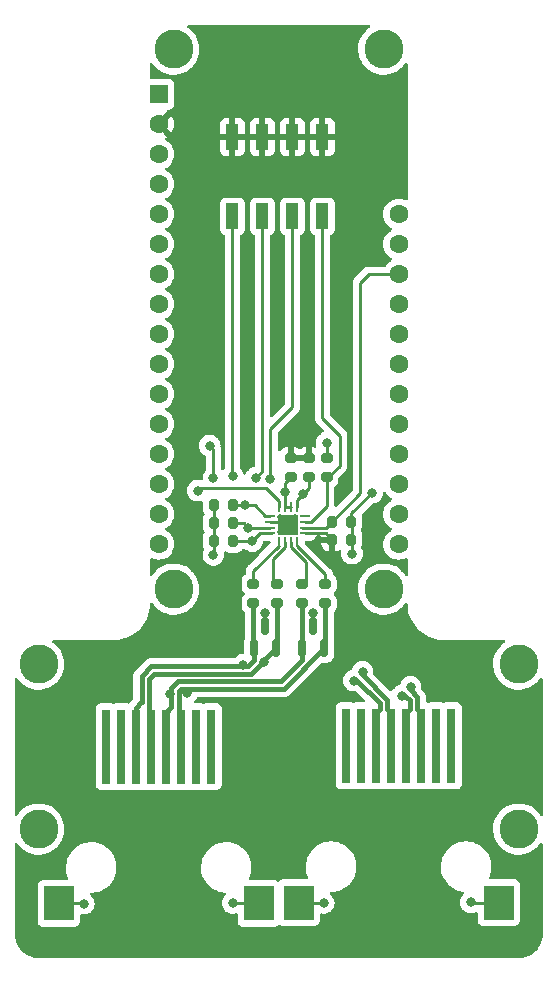
<source format=gtl>
G04 #@! TF.GenerationSoftware,KiCad,Pcbnew,(6.0.8-1)-1*
G04 #@! TF.CreationDate,2023-04-13T00:42:49-04:00*
G04 #@! TF.ProjectId,featherwing_rs485,66656174-6865-4727-9769-6e675f727334,1*
G04 #@! TF.SameCoordinates,Original*
G04 #@! TF.FileFunction,Copper,L1,Top*
G04 #@! TF.FilePolarity,Positive*
%FSLAX46Y46*%
G04 Gerber Fmt 4.6, Leading zero omitted, Abs format (unit mm)*
G04 Created by KiCad (PCBNEW (6.0.8-1)-1) date 2023-04-13 00:42:49*
%MOMM*%
%LPD*%
G01*
G04 APERTURE LIST*
G04 Aperture macros list*
%AMRoundRect*
0 Rectangle with rounded corners*
0 $1 Rounding radius*
0 $2 $3 $4 $5 $6 $7 $8 $9 X,Y pos of 4 corners*
0 Add a 4 corners polygon primitive as box body*
4,1,4,$2,$3,$4,$5,$6,$7,$8,$9,$2,$3,0*
0 Add four circle primitives for the rounded corners*
1,1,$1+$1,$2,$3*
1,1,$1+$1,$4,$5*
1,1,$1+$1,$6,$7*
1,1,$1+$1,$8,$9*
0 Add four rect primitives between the rounded corners*
20,1,$1+$1,$2,$3,$4,$5,0*
20,1,$1+$1,$4,$5,$6,$7,0*
20,1,$1+$1,$6,$7,$8,$9,0*
20,1,$1+$1,$8,$9,$2,$3,0*%
G04 Aperture macros list end*
G04 #@! TA.AperFunction,SMDPad,CuDef*
%ADD10R,0.760000X6.350000*%
G04 #@! TD*
G04 #@! TA.AperFunction,SMDPad,CuDef*
%ADD11R,2.540000X2.940000*%
G04 #@! TD*
G04 #@! TA.AperFunction,SMDPad,CuDef*
%ADD12RoundRect,0.200000X-0.275000X0.200000X-0.275000X-0.200000X0.275000X-0.200000X0.275000X0.200000X0*%
G04 #@! TD*
G04 #@! TA.AperFunction,ComponentPad*
%ADD13C,3.302000*%
G04 #@! TD*
G04 #@! TA.AperFunction,SMDPad,CuDef*
%ADD14RoundRect,0.200000X0.200000X0.275000X-0.200000X0.275000X-0.200000X-0.275000X0.200000X-0.275000X0*%
G04 #@! TD*
G04 #@! TA.AperFunction,SMDPad,CuDef*
%ADD15RoundRect,0.200000X-0.200000X-0.275000X0.200000X-0.275000X0.200000X0.275000X-0.200000X0.275000X0*%
G04 #@! TD*
G04 #@! TA.AperFunction,SMDPad,CuDef*
%ADD16R,1.120000X2.160000*%
G04 #@! TD*
G04 #@! TA.AperFunction,SMDPad,CuDef*
%ADD17RoundRect,0.062500X-0.062500X0.325000X-0.062500X-0.325000X0.062500X-0.325000X0.062500X0.325000X0*%
G04 #@! TD*
G04 #@! TA.AperFunction,SMDPad,CuDef*
%ADD18RoundRect,0.062500X-0.325000X0.062500X-0.325000X-0.062500X0.325000X-0.062500X0.325000X0.062500X0*%
G04 #@! TD*
G04 #@! TA.AperFunction,ComponentPad*
%ADD19C,0.500000*%
G04 #@! TD*
G04 #@! TA.AperFunction,SMDPad,CuDef*
%ADD20R,1.800000X1.800000*%
G04 #@! TD*
G04 #@! TA.AperFunction,SMDPad,CuDef*
%ADD21RoundRect,0.150000X0.150000X-0.587500X0.150000X0.587500X-0.150000X0.587500X-0.150000X-0.587500X0*%
G04 #@! TD*
G04 #@! TA.AperFunction,SMDPad,CuDef*
%ADD22RoundRect,0.200000X0.275000X-0.200000X0.275000X0.200000X-0.275000X0.200000X-0.275000X-0.200000X0*%
G04 #@! TD*
G04 #@! TA.AperFunction,ComponentPad*
%ADD23R,1.600000X1.600000*%
G04 #@! TD*
G04 #@! TA.AperFunction,ComponentPad*
%ADD24C,1.600000*%
G04 #@! TD*
G04 #@! TA.AperFunction,ViaPad*
%ADD25C,0.800000*%
G04 #@! TD*
G04 #@! TA.AperFunction,Conductor*
%ADD26C,0.250000*%
G04 #@! TD*
G04 #@! TA.AperFunction,Conductor*
%ADD27C,0.381000*%
G04 #@! TD*
G04 APERTURE END LIST*
D10*
X79375000Y-116140000D03*
X80645000Y-116140000D03*
X81915000Y-116140000D03*
X83185000Y-116140000D03*
X84455000Y-116140000D03*
X85725000Y-116140000D03*
X86995000Y-116140000D03*
X88265000Y-116140000D03*
D11*
X92285000Y-129415000D03*
X75355000Y-129415000D03*
D12*
X77597000Y-102421000D03*
X77597000Y-104071000D03*
D13*
X82550000Y-57150000D03*
X82550000Y-102870000D03*
D12*
X74676000Y-91753000D03*
X74676000Y-93403000D03*
D13*
X53340000Y-109220000D03*
D14*
X69786000Y-97277000D03*
X68136000Y-97277000D03*
D13*
X64770000Y-57150000D03*
X53340000Y-123190000D03*
D12*
X71501000Y-102426000D03*
X71501000Y-104076000D03*
X76200000Y-91758000D03*
X76200000Y-93408000D03*
X73533000Y-102426000D03*
X73533000Y-104076000D03*
X75611000Y-102421000D03*
X75611000Y-104071000D03*
D15*
X78169000Y-97155000D03*
X79819000Y-97155000D03*
D14*
X69786000Y-95753000D03*
X68136000Y-95753000D03*
D16*
X77362500Y-64580000D03*
X74822500Y-64580000D03*
X72282500Y-64580000D03*
X69742500Y-64580000D03*
X69742500Y-71310000D03*
X72282500Y-71310000D03*
X74822500Y-71310000D03*
X77362500Y-71310000D03*
D17*
X75172000Y-95916500D03*
X74672000Y-95916500D03*
X74172000Y-95916500D03*
X73672000Y-95916500D03*
D18*
X72934500Y-96654000D03*
X72934500Y-97154000D03*
X72934500Y-97654000D03*
X72934500Y-98154000D03*
D17*
X73672000Y-98891500D03*
X74172000Y-98891500D03*
X74672000Y-98891500D03*
X75172000Y-98891500D03*
D18*
X75909500Y-98154000D03*
X75909500Y-97654000D03*
X75909500Y-97154000D03*
X75909500Y-96654000D03*
D19*
X75072000Y-98054000D03*
X75072000Y-96754000D03*
X73772000Y-98054000D03*
X73772000Y-96754000D03*
D20*
X74422000Y-97404000D03*
D21*
X75631000Y-107871500D03*
X77531000Y-107871500D03*
X76581000Y-105996500D03*
D22*
X77724000Y-93408000D03*
X77724000Y-91758000D03*
D13*
X93980000Y-109220000D03*
X64770000Y-102870000D03*
X93980000Y-123190000D03*
D23*
X63500000Y-60960000D03*
D24*
X63500000Y-63500000D03*
X63500000Y-66040000D03*
X63500000Y-68580000D03*
X63500000Y-71120000D03*
X63500000Y-73660000D03*
X63500000Y-76200000D03*
X63500000Y-78740000D03*
X63500000Y-81280000D03*
X63500000Y-83820000D03*
X63500000Y-86360000D03*
X63500000Y-88900000D03*
X63500000Y-91440000D03*
X63500000Y-93980000D03*
X63500000Y-96520000D03*
X63500000Y-99060000D03*
X83820000Y-99060000D03*
X83820000Y-96520000D03*
X83820000Y-93980000D03*
X83820000Y-91440000D03*
X83820000Y-88900000D03*
X83820000Y-86360000D03*
X83820000Y-83820000D03*
X83820000Y-81280000D03*
X83820000Y-78740000D03*
X83820000Y-76200000D03*
X83820000Y-73660000D03*
X83820000Y-71120000D03*
D14*
X69786000Y-98801000D03*
X68136000Y-98801000D03*
D10*
X59055000Y-116206000D03*
X60325000Y-116206000D03*
X61595000Y-116206000D03*
X62865000Y-116206000D03*
X64135000Y-116206000D03*
X65405000Y-116206000D03*
X66675000Y-116206000D03*
X67945000Y-116206000D03*
D11*
X55035000Y-129481000D03*
X71965000Y-129481000D03*
D21*
X71567000Y-107871500D03*
X73467000Y-107871500D03*
X72517000Y-105996500D03*
D15*
X78169000Y-98679000D03*
X79819000Y-98679000D03*
D25*
X67818000Y-90728800D03*
X69748400Y-129438400D03*
X72517000Y-104902000D03*
X68122800Y-93472000D03*
X68122800Y-99974400D03*
X77470000Y-129438400D03*
X79857600Y-99872800D03*
X89916000Y-129387600D03*
X81584800Y-94691200D03*
X57150000Y-129489200D03*
X77724000Y-90474800D03*
X76581000Y-104902000D03*
X76098400Y-83312000D03*
X78587600Y-83312000D03*
X70673500Y-109253500D03*
X80019768Y-110607232D03*
X80762232Y-109864768D03*
X72390000Y-108999500D03*
X75692000Y-94792800D03*
X66802000Y-94538800D03*
X74172000Y-94644400D03*
X84083768Y-111877232D03*
X64411769Y-111722937D03*
X65913000Y-111633000D03*
X84826232Y-111134768D03*
X69748400Y-93268800D03*
X70815200Y-95758000D03*
X71729600Y-93421200D03*
X71085600Y-97654000D03*
X71429800Y-98801000D03*
X72948800Y-93522800D03*
D26*
X57141800Y-129481000D02*
X57150000Y-129489200D01*
X68122800Y-93472000D02*
X68122800Y-91033600D01*
X69791000Y-129481000D02*
X69748400Y-129438400D01*
X68136000Y-95753000D02*
X68136000Y-98843600D01*
X75355000Y-129415000D02*
X77446600Y-129415000D01*
X89943400Y-129415000D02*
X89916000Y-129387600D01*
X55035000Y-129481000D02*
X57141800Y-129481000D01*
X72934500Y-97154000D02*
X74141600Y-97154000D01*
X79857600Y-99872800D02*
X79857600Y-97180400D01*
X76581000Y-105996500D02*
X76581000Y-104902000D01*
X79819000Y-97155000D02*
X79819000Y-96457000D01*
X79819000Y-96457000D02*
X81584800Y-94691200D01*
X72517000Y-105996500D02*
X72517000Y-104902000D01*
X79819000Y-98692200D02*
X79806800Y-98704400D01*
X77724000Y-91758000D02*
X77724000Y-90474800D01*
X71965000Y-129481000D02*
X69791000Y-129481000D01*
X68122800Y-91033600D02*
X67818000Y-90728800D01*
X74141600Y-97154000D02*
X74168000Y-97180400D01*
X77446600Y-129415000D02*
X77470000Y-129438400D01*
X68136000Y-99961200D02*
X68122800Y-99974400D01*
X68136000Y-98801000D02*
X68136000Y-99961200D01*
X92285000Y-129415000D02*
X89943400Y-129415000D01*
X80568800Y-76911200D02*
X81280000Y-76200000D01*
X81280000Y-76200000D02*
X83718400Y-76200000D01*
X78169000Y-97155000D02*
X80568800Y-94755200D01*
X80568800Y-94755200D02*
X80568800Y-76911200D01*
X78169000Y-97155000D02*
X77635600Y-97688400D01*
X77635600Y-97688400D02*
X75647000Y-97688400D01*
D27*
X77362500Y-64580000D02*
X69761600Y-64580000D01*
D26*
X77630800Y-98154000D02*
X78181200Y-98704400D01*
X75909500Y-98154000D02*
X77630800Y-98154000D01*
D27*
X74676000Y-91753000D02*
X76157400Y-91753000D01*
X62035806Y-112462194D02*
X61595000Y-112903000D01*
X81915000Y-116140000D02*
X81915000Y-113345000D01*
X71567000Y-107871500D02*
X71567000Y-108879131D01*
X62861314Y-109412500D02*
X62041500Y-110232314D01*
X80316047Y-110607232D02*
X80019768Y-110607232D01*
X81915000Y-113345000D02*
X82234500Y-113025500D01*
X62041500Y-110232314D02*
X62041500Y-112462194D01*
X61595000Y-112903000D02*
X61595000Y-114046000D01*
X71567000Y-108879131D02*
X71033631Y-109412500D01*
X82234500Y-113025500D02*
X82234500Y-112525685D01*
X71501000Y-104076000D02*
X71501000Y-107950000D01*
X71033631Y-109412500D02*
X62861314Y-109412500D01*
X62041500Y-112462194D02*
X62035806Y-112462194D01*
X82234500Y-112525685D02*
X80316047Y-110607232D01*
X82865500Y-112264315D02*
X80762232Y-110161047D01*
X82865500Y-113025500D02*
X82865500Y-112264315D01*
X83185000Y-113345000D02*
X82865500Y-113025500D01*
X73467000Y-107871500D02*
X71295000Y-110043500D01*
X80762232Y-110161047D02*
X80762232Y-109864768D01*
X71295000Y-110043500D02*
X63122686Y-110043500D01*
X62672500Y-110493686D02*
X62672500Y-113980500D01*
X62672500Y-113980500D02*
X62865000Y-114173000D01*
X83185000Y-116140000D02*
X83185000Y-113345000D01*
X73533000Y-104076000D02*
X73533000Y-107950000D01*
X63122686Y-110043500D02*
X62672500Y-110493686D01*
D26*
X75172000Y-95916500D02*
X75172000Y-95312800D01*
X76200000Y-94284800D02*
X76200000Y-93421200D01*
X75172000Y-95312800D02*
X76200000Y-94284800D01*
X72593200Y-94335600D02*
X73672000Y-95414400D01*
X67005200Y-94335600D02*
X66802000Y-94538800D01*
X73672000Y-95916500D02*
X73672000Y-95414400D01*
X67056000Y-94335600D02*
X67005200Y-94335600D01*
X72593200Y-94335600D02*
X67056000Y-94335600D01*
X74172000Y-93874400D02*
X74676000Y-93370400D01*
X74672000Y-95916500D02*
X74174100Y-95916500D01*
X74172000Y-94644400D02*
X74172000Y-93874400D01*
X74172000Y-95916500D02*
X74172000Y-94644400D01*
D27*
X75611000Y-107777000D02*
X75565000Y-107823000D01*
X75611000Y-104071000D02*
X75611000Y-107777000D01*
X84774500Y-112271685D02*
X84380047Y-111877232D01*
X84380047Y-111877232D02*
X84083768Y-111877232D01*
X84455000Y-116140000D02*
X84455000Y-113345000D01*
X65147314Y-110682500D02*
X64570769Y-111259045D01*
X64570769Y-112848231D02*
X64008000Y-113411000D01*
X75631000Y-108879131D02*
X73827631Y-110682500D01*
X84774500Y-113025500D02*
X84774500Y-112271685D01*
X75631000Y-107871500D02*
X75631000Y-108879131D01*
X73827631Y-110682500D02*
X65147314Y-110682500D01*
X84455000Y-113345000D02*
X84774500Y-113025500D01*
X64570769Y-111259045D02*
X64570769Y-112848231D01*
X85725000Y-116140000D02*
X85725000Y-113345000D01*
X74089000Y-111313500D02*
X65408686Y-111313500D01*
X77597000Y-104071000D02*
X77597000Y-108077000D01*
X85725000Y-113345000D02*
X85405500Y-113025500D01*
X65408686Y-111313500D02*
X65201769Y-111520417D01*
X77531000Y-107871500D02*
X77597000Y-107937500D01*
X85405500Y-112010315D02*
X84826232Y-111431047D01*
X77531000Y-107871500D02*
X74089000Y-111313500D01*
X84826232Y-111431047D02*
X84826232Y-111134768D01*
X65201769Y-113207769D02*
X65405000Y-113411000D01*
X65201769Y-111520417D02*
X65201769Y-113207769D01*
X85405500Y-113025500D02*
X85405500Y-112010315D01*
D26*
X72524000Y-96654000D02*
X71628000Y-95758000D01*
X69742500Y-71310000D02*
X69742500Y-93262900D01*
X69742500Y-93262900D02*
X69748400Y-93268800D01*
X70815200Y-95758000D02*
X69799200Y-95758000D01*
X71628000Y-95758000D02*
X70815200Y-95758000D01*
X72934500Y-96654000D02*
X72524000Y-96654000D01*
X72282500Y-71310000D02*
X72282500Y-92868300D01*
X72282500Y-92868300D02*
X71729600Y-93421200D01*
X70713600Y-97282000D02*
X69748400Y-97282000D01*
X72934500Y-97654000D02*
X71085600Y-97654000D01*
X71085600Y-97654000D02*
X70713600Y-97282000D01*
X69786000Y-98801000D02*
X71429800Y-98801000D01*
X71429800Y-98801000D02*
X72085200Y-98145600D01*
X72085200Y-98145600D02*
X73050400Y-98145600D01*
X72948800Y-89306400D02*
X72948800Y-93522800D01*
X74822500Y-87432700D02*
X72948800Y-89306400D01*
X74822500Y-71310000D02*
X74822500Y-87432700D01*
X77362500Y-88386100D02*
X78841600Y-89865200D01*
X76378800Y-97154000D02*
X77724000Y-95808800D01*
X78841600Y-92405200D02*
X77774800Y-93472000D01*
X77724000Y-95808800D02*
X77724000Y-93370400D01*
X77362500Y-71310000D02*
X77362500Y-88386100D01*
X75909500Y-97154000D02*
X76378800Y-97154000D01*
X78841600Y-89865200D02*
X78841600Y-92405200D01*
X71501000Y-101346000D02*
X73660000Y-99187000D01*
X71501000Y-102426000D02*
X71501000Y-101346000D01*
X73739810Y-99759198D02*
X73732004Y-99751392D01*
X73202800Y-100280596D02*
X73202800Y-102514400D01*
X74172000Y-99327008D02*
X73739810Y-99759198D01*
X73732004Y-99751392D02*
X73202800Y-100280596D01*
X74172000Y-98891500D02*
X74172000Y-99327008D01*
X77597000Y-101600000D02*
X75184000Y-99187000D01*
X77597000Y-102421000D02*
X77597000Y-101600000D01*
X75946000Y-100601008D02*
X75946000Y-102362000D01*
X74672000Y-98891500D02*
X74672000Y-99327008D01*
X74672000Y-99327008D02*
X75946000Y-100601008D01*
G04 #@! TA.AperFunction,Conductor*
G36*
X81351445Y-55138502D02*
G01*
X81397938Y-55192158D01*
X81408042Y-55262432D01*
X81378548Y-55327012D01*
X81348030Y-55352616D01*
X81318346Y-55370381D01*
X81318342Y-55370384D01*
X81314664Y-55372585D01*
X81084871Y-55556684D01*
X81081927Y-55559786D01*
X81081923Y-55559790D01*
X81021315Y-55623658D01*
X80882189Y-55770266D01*
X80710368Y-56009380D01*
X80572589Y-56269600D01*
X80571117Y-56273623D01*
X80571115Y-56273627D01*
X80563515Y-56294396D01*
X80471400Y-56546111D01*
X80408675Y-56833797D01*
X80385573Y-57127333D01*
X80402522Y-57421290D01*
X80403347Y-57425495D01*
X80403348Y-57425503D01*
X80436060Y-57592233D01*
X80459209Y-57710226D01*
X80460596Y-57714276D01*
X80460597Y-57714281D01*
X80482973Y-57779635D01*
X80554585Y-57988795D01*
X80686884Y-58251844D01*
X80689310Y-58255373D01*
X80689313Y-58255379D01*
X80748340Y-58341263D01*
X80853659Y-58494503D01*
X81051824Y-58712283D01*
X81277712Y-58901154D01*
X81281353Y-58903438D01*
X81523502Y-59055339D01*
X81523506Y-59055341D01*
X81527142Y-59057622D01*
X81795500Y-59178790D01*
X81799619Y-59180010D01*
X82073706Y-59261199D01*
X82073711Y-59261200D01*
X82077819Y-59262417D01*
X82082053Y-59263065D01*
X82082058Y-59263066D01*
X82339396Y-59302444D01*
X82368875Y-59306955D01*
X82518772Y-59309310D01*
X82658993Y-59311513D01*
X82658999Y-59311513D01*
X82663284Y-59311580D01*
X82955595Y-59276206D01*
X83240402Y-59201488D01*
X83512433Y-59088809D01*
X83562782Y-59059388D01*
X83762957Y-58942415D01*
X83762958Y-58942415D01*
X83766655Y-58940254D01*
X83770015Y-58937620D01*
X83770023Y-58937614D01*
X83994992Y-58761215D01*
X83998364Y-58758571D01*
X84203272Y-58547123D01*
X84205805Y-58543675D01*
X84205809Y-58543670D01*
X84353953Y-58341996D01*
X84410402Y-58298937D01*
X84481169Y-58293232D01*
X84543786Y-58326692D01*
X84578373Y-58388694D01*
X84581500Y-58416590D01*
X84581500Y-69833543D01*
X84561498Y-69901664D01*
X84507842Y-69948157D01*
X84437568Y-69958261D01*
X84402250Y-69947738D01*
X84274225Y-69888039D01*
X84274224Y-69888039D01*
X84269243Y-69885716D01*
X84263935Y-69884294D01*
X84263933Y-69884293D01*
X84053402Y-69827881D01*
X84053400Y-69827881D01*
X84048087Y-69826457D01*
X83820000Y-69806502D01*
X83591913Y-69826457D01*
X83586600Y-69827881D01*
X83586598Y-69827881D01*
X83376067Y-69884293D01*
X83376065Y-69884294D01*
X83370757Y-69885716D01*
X83365776Y-69888039D01*
X83365775Y-69888039D01*
X83168238Y-69980151D01*
X83168233Y-69980154D01*
X83163251Y-69982477D01*
X83058389Y-70055902D01*
X82980211Y-70110643D01*
X82980208Y-70110645D01*
X82975700Y-70113802D01*
X82813802Y-70275700D01*
X82682477Y-70463251D01*
X82680154Y-70468233D01*
X82680151Y-70468238D01*
X82588039Y-70665775D01*
X82585716Y-70670757D01*
X82526457Y-70891913D01*
X82506502Y-71120000D01*
X82526457Y-71348087D01*
X82585716Y-71569243D01*
X82588039Y-71574224D01*
X82588039Y-71574225D01*
X82680151Y-71771762D01*
X82680154Y-71771767D01*
X82682477Y-71776749D01*
X82813802Y-71964300D01*
X82975700Y-72126198D01*
X82980208Y-72129355D01*
X82980211Y-72129357D01*
X83058389Y-72184098D01*
X83163251Y-72257523D01*
X83168233Y-72259846D01*
X83168238Y-72259849D01*
X83202457Y-72275805D01*
X83255742Y-72322722D01*
X83275203Y-72390999D01*
X83254661Y-72458959D01*
X83202457Y-72504195D01*
X83168238Y-72520151D01*
X83168233Y-72520154D01*
X83163251Y-72522477D01*
X83058389Y-72595902D01*
X82980211Y-72650643D01*
X82980208Y-72650645D01*
X82975700Y-72653802D01*
X82813802Y-72815700D01*
X82810645Y-72820208D01*
X82810643Y-72820211D01*
X82772355Y-72874892D01*
X82682477Y-73003251D01*
X82680154Y-73008233D01*
X82680151Y-73008238D01*
X82588039Y-73205775D01*
X82585716Y-73210757D01*
X82526457Y-73431913D01*
X82506502Y-73660000D01*
X82526457Y-73888087D01*
X82585716Y-74109243D01*
X82588039Y-74114224D01*
X82588039Y-74114225D01*
X82680151Y-74311762D01*
X82680154Y-74311767D01*
X82682477Y-74316749D01*
X82813802Y-74504300D01*
X82975700Y-74666198D01*
X82980208Y-74669355D01*
X82980211Y-74669357D01*
X83058389Y-74724098D01*
X83163251Y-74797523D01*
X83168233Y-74799846D01*
X83168238Y-74799849D01*
X83202457Y-74815805D01*
X83255742Y-74862722D01*
X83275203Y-74930999D01*
X83254661Y-74998959D01*
X83202457Y-75044195D01*
X83168238Y-75060151D01*
X83168233Y-75060154D01*
X83163251Y-75062477D01*
X83058389Y-75135902D01*
X82980211Y-75190643D01*
X82980208Y-75190645D01*
X82975700Y-75193802D01*
X82813802Y-75355700D01*
X82810645Y-75360208D01*
X82810643Y-75360211D01*
X82703819Y-75512771D01*
X82648362Y-75557099D01*
X82600606Y-75566500D01*
X81358768Y-75566500D01*
X81347585Y-75565973D01*
X81340092Y-75564298D01*
X81332166Y-75564547D01*
X81332165Y-75564547D01*
X81272002Y-75566438D01*
X81268044Y-75566500D01*
X81240144Y-75566500D01*
X81236154Y-75567004D01*
X81224320Y-75567936D01*
X81180111Y-75569326D01*
X81172495Y-75571539D01*
X81172493Y-75571539D01*
X81160652Y-75574979D01*
X81141293Y-75578988D01*
X81139983Y-75579154D01*
X81121203Y-75581526D01*
X81113837Y-75584442D01*
X81113831Y-75584444D01*
X81080098Y-75597800D01*
X81068868Y-75601645D01*
X81034017Y-75611770D01*
X81026407Y-75613981D01*
X81019584Y-75618016D01*
X81008966Y-75624295D01*
X80991213Y-75632992D01*
X80983568Y-75636019D01*
X80972383Y-75640448D01*
X80965968Y-75645109D01*
X80936612Y-75666437D01*
X80926695Y-75672951D01*
X80888638Y-75695458D01*
X80874317Y-75709779D01*
X80859284Y-75722619D01*
X80842893Y-75734528D01*
X80816516Y-75766413D01*
X80814712Y-75768593D01*
X80806722Y-75777374D01*
X80176542Y-76407553D01*
X80168263Y-76415087D01*
X80161782Y-76419200D01*
X80153437Y-76428087D01*
X80115157Y-76468851D01*
X80112402Y-76471693D01*
X80092665Y-76491430D01*
X80090185Y-76494627D01*
X80082482Y-76503647D01*
X80052214Y-76535879D01*
X80048395Y-76542825D01*
X80048393Y-76542828D01*
X80042452Y-76553634D01*
X80031601Y-76570153D01*
X80019186Y-76586159D01*
X80016041Y-76593428D01*
X80016038Y-76593432D01*
X80001626Y-76626737D01*
X79996409Y-76637387D01*
X79975105Y-76676140D01*
X79973134Y-76683815D01*
X79973134Y-76683816D01*
X79970067Y-76695762D01*
X79963663Y-76714466D01*
X79955619Y-76733055D01*
X79954380Y-76740878D01*
X79954377Y-76740888D01*
X79948701Y-76776724D01*
X79946295Y-76788344D01*
X79935300Y-76831170D01*
X79935300Y-76851424D01*
X79933749Y-76871134D01*
X79930580Y-76891143D01*
X79931326Y-76899035D01*
X79934741Y-76935161D01*
X79935300Y-76947019D01*
X79935300Y-94440606D01*
X79915298Y-94508727D01*
X79898395Y-94529701D01*
X78572595Y-95855500D01*
X78510283Y-95889526D01*
X78439467Y-95884461D01*
X78382632Y-95841914D01*
X78357821Y-95775394D01*
X78357500Y-95766405D01*
X78357500Y-94290225D01*
X78377502Y-94222104D01*
X78418229Y-94182449D01*
X78432880Y-94173576D01*
X78439381Y-94169639D01*
X78560639Y-94048381D01*
X78649472Y-93901699D01*
X78661022Y-93864845D01*
X78698078Y-93746598D01*
X78700753Y-93738062D01*
X78707500Y-93664635D01*
X78707500Y-93487395D01*
X78727502Y-93419274D01*
X78744405Y-93398300D01*
X79233853Y-92908852D01*
X79242139Y-92901312D01*
X79248618Y-92897200D01*
X79295244Y-92847548D01*
X79297998Y-92844707D01*
X79317735Y-92824970D01*
X79320215Y-92821773D01*
X79327920Y-92812751D01*
X79338891Y-92801068D01*
X79358186Y-92780521D01*
X79362005Y-92773575D01*
X79362007Y-92773572D01*
X79367948Y-92762766D01*
X79378799Y-92746247D01*
X79381834Y-92742334D01*
X79391214Y-92730241D01*
X79394359Y-92722972D01*
X79394362Y-92722968D01*
X79408774Y-92689663D01*
X79413991Y-92679013D01*
X79435295Y-92640260D01*
X79440333Y-92620637D01*
X79446737Y-92601934D01*
X79451633Y-92590620D01*
X79451633Y-92590619D01*
X79454781Y-92583345D01*
X79456020Y-92575522D01*
X79456023Y-92575512D01*
X79461699Y-92539676D01*
X79464105Y-92528056D01*
X79473128Y-92492911D01*
X79473128Y-92492910D01*
X79475100Y-92485230D01*
X79475100Y-92464976D01*
X79476651Y-92445265D01*
X79477121Y-92442301D01*
X79479820Y-92425257D01*
X79475659Y-92381238D01*
X79475100Y-92369381D01*
X79475100Y-89943967D01*
X79475627Y-89932784D01*
X79477302Y-89925291D01*
X79475162Y-89857214D01*
X79475100Y-89853255D01*
X79475100Y-89825344D01*
X79474595Y-89821344D01*
X79473662Y-89809501D01*
X79472522Y-89773229D01*
X79472273Y-89765310D01*
X79466622Y-89745858D01*
X79462614Y-89726506D01*
X79461067Y-89714263D01*
X79460074Y-89706403D01*
X79452615Y-89687563D01*
X79443800Y-89665297D01*
X79439955Y-89654070D01*
X79430345Y-89620994D01*
X79427618Y-89611607D01*
X79423584Y-89604785D01*
X79423581Y-89604779D01*
X79417306Y-89594168D01*
X79408610Y-89576418D01*
X79404072Y-89564956D01*
X79404069Y-89564951D01*
X79401152Y-89557583D01*
X79375173Y-89521825D01*
X79368657Y-89511907D01*
X79350175Y-89480657D01*
X79346142Y-89473837D01*
X79331818Y-89459513D01*
X79318976Y-89444478D01*
X79307072Y-89428093D01*
X79273006Y-89399911D01*
X79264227Y-89391922D01*
X78032905Y-88160600D01*
X77998879Y-88098288D01*
X77996000Y-88071505D01*
X77996000Y-72992874D01*
X78016002Y-72924753D01*
X78069658Y-72878260D01*
X78077771Y-72874892D01*
X78160795Y-72843768D01*
X78160796Y-72843767D01*
X78169205Y-72840615D01*
X78285761Y-72753261D01*
X78373115Y-72636705D01*
X78424245Y-72500316D01*
X78431000Y-72438134D01*
X78431000Y-70181866D01*
X78424245Y-70119684D01*
X78373115Y-69983295D01*
X78285761Y-69866739D01*
X78169205Y-69779385D01*
X78032816Y-69728255D01*
X77970634Y-69721500D01*
X76754366Y-69721500D01*
X76692184Y-69728255D01*
X76555795Y-69779385D01*
X76439239Y-69866739D01*
X76351885Y-69983295D01*
X76300755Y-70119684D01*
X76294000Y-70181866D01*
X76294000Y-72438134D01*
X76300755Y-72500316D01*
X76351885Y-72636705D01*
X76439239Y-72753261D01*
X76555795Y-72840615D01*
X76564204Y-72843767D01*
X76564205Y-72843768D01*
X76647229Y-72874892D01*
X76703994Y-72917533D01*
X76728694Y-72984095D01*
X76729000Y-72992874D01*
X76729000Y-88307333D01*
X76728473Y-88318516D01*
X76726798Y-88326009D01*
X76727047Y-88333935D01*
X76727047Y-88333936D01*
X76728938Y-88394086D01*
X76729000Y-88398045D01*
X76729000Y-88425956D01*
X76729497Y-88429890D01*
X76729497Y-88429891D01*
X76729505Y-88429956D01*
X76730438Y-88441793D01*
X76731827Y-88485989D01*
X76737478Y-88505439D01*
X76741487Y-88524800D01*
X76744026Y-88544897D01*
X76746945Y-88552268D01*
X76746945Y-88552270D01*
X76760304Y-88586012D01*
X76764149Y-88597242D01*
X76776482Y-88639693D01*
X76780515Y-88646512D01*
X76780517Y-88646517D01*
X76786793Y-88657128D01*
X76795488Y-88674876D01*
X76802948Y-88693717D01*
X76807610Y-88700133D01*
X76807610Y-88700134D01*
X76828936Y-88729487D01*
X76835452Y-88739407D01*
X76857958Y-88777462D01*
X76872279Y-88791783D01*
X76885119Y-88806816D01*
X76897028Y-88823207D01*
X76903134Y-88828258D01*
X76931105Y-88851398D01*
X76939884Y-88859388D01*
X77481628Y-89401132D01*
X77515654Y-89463444D01*
X77510589Y-89534259D01*
X77468042Y-89591095D01*
X77441256Y-89604981D01*
X77441712Y-89606006D01*
X77273278Y-89680997D01*
X77273276Y-89680998D01*
X77267248Y-89683682D01*
X77261907Y-89687562D01*
X77261906Y-89687563D01*
X77235975Y-89706403D01*
X77112747Y-89795934D01*
X77108326Y-89800844D01*
X77108325Y-89800845D01*
X76996274Y-89925291D01*
X76984960Y-89937856D01*
X76889473Y-90103244D01*
X76830458Y-90284872D01*
X76829768Y-90291433D01*
X76829768Y-90291435D01*
X76815137Y-90430643D01*
X76810496Y-90474800D01*
X76830458Y-90664728D01*
X76832498Y-90671006D01*
X76850046Y-90725014D01*
X76852073Y-90795982D01*
X76815411Y-90856780D01*
X76751699Y-90888105D01*
X76692534Y-90884184D01*
X76611355Y-90858744D01*
X76598306Y-90856131D01*
X76534479Y-90850266D01*
X76528691Y-90850000D01*
X76472115Y-90850000D01*
X76456876Y-90854475D01*
X76455671Y-90855865D01*
X76454000Y-90863548D01*
X76454000Y-91886000D01*
X76433998Y-91954121D01*
X76380342Y-92000614D01*
X76328000Y-92012000D01*
X75199985Y-92012000D01*
X75173202Y-92009121D01*
X75163452Y-92007000D01*
X74548000Y-92007000D01*
X74479879Y-91986998D01*
X74433386Y-91933342D01*
X74422000Y-91881000D01*
X74422000Y-91480885D01*
X74930000Y-91480885D01*
X74934475Y-91496124D01*
X74935865Y-91497329D01*
X74943548Y-91499000D01*
X75676015Y-91499000D01*
X75702798Y-91501879D01*
X75712548Y-91504000D01*
X75927885Y-91504000D01*
X75943124Y-91499525D01*
X75944329Y-91498135D01*
X75946000Y-91490452D01*
X75946000Y-90868116D01*
X75941525Y-90852877D01*
X75940135Y-90851672D01*
X75932452Y-90850001D01*
X75871295Y-90850001D01*
X75865546Y-90850264D01*
X75801685Y-90856132D01*
X75788649Y-90858743D01*
X75638757Y-90905715D01*
X75625012Y-90911921D01*
X75507400Y-90983150D01*
X75438770Y-91001329D01*
X75376856Y-90983150D01*
X75250988Y-90906921D01*
X75237243Y-90900715D01*
X75087356Y-90853744D01*
X75074306Y-90851131D01*
X75010479Y-90845266D01*
X75004691Y-90845000D01*
X74948115Y-90845000D01*
X74932876Y-90849475D01*
X74931671Y-90850865D01*
X74930000Y-90858548D01*
X74930000Y-91480885D01*
X74422000Y-91480885D01*
X74422000Y-90863116D01*
X74417525Y-90847877D01*
X74416135Y-90846672D01*
X74408452Y-90845001D01*
X74347295Y-90845001D01*
X74341546Y-90845264D01*
X74277685Y-90851132D01*
X74264649Y-90853743D01*
X74114757Y-90900715D01*
X74101012Y-90906921D01*
X73967426Y-90987824D01*
X73955557Y-90997131D01*
X73845131Y-91107557D01*
X73835822Y-91119429D01*
X73816076Y-91152033D01*
X73763679Y-91199940D01*
X73693699Y-91211913D01*
X73628355Y-91184152D01*
X73588393Y-91125470D01*
X73582300Y-91086762D01*
X73582300Y-89620994D01*
X73602302Y-89552873D01*
X73619205Y-89531899D01*
X74411698Y-88739407D01*
X75214753Y-87936352D01*
X75223039Y-87928812D01*
X75229518Y-87924700D01*
X75276144Y-87875048D01*
X75278898Y-87872207D01*
X75298635Y-87852470D01*
X75301115Y-87849273D01*
X75308820Y-87840251D01*
X75333659Y-87813800D01*
X75339086Y-87808021D01*
X75342905Y-87801075D01*
X75342907Y-87801072D01*
X75348848Y-87790266D01*
X75359699Y-87773747D01*
X75360059Y-87773283D01*
X75372114Y-87757741D01*
X75375259Y-87750472D01*
X75375262Y-87750468D01*
X75389674Y-87717163D01*
X75394891Y-87706513D01*
X75416195Y-87667760D01*
X75421233Y-87648137D01*
X75427637Y-87629434D01*
X75432533Y-87618120D01*
X75432533Y-87618119D01*
X75435681Y-87610845D01*
X75436920Y-87603022D01*
X75436923Y-87603012D01*
X75442599Y-87567176D01*
X75445005Y-87555556D01*
X75454028Y-87520411D01*
X75454028Y-87520410D01*
X75456000Y-87512730D01*
X75456000Y-87492476D01*
X75457551Y-87472765D01*
X75459480Y-87460586D01*
X75460720Y-87452757D01*
X75456559Y-87408738D01*
X75456000Y-87396881D01*
X75456000Y-72992874D01*
X75476002Y-72924753D01*
X75529658Y-72878260D01*
X75537771Y-72874892D01*
X75620795Y-72843768D01*
X75620796Y-72843767D01*
X75629205Y-72840615D01*
X75745761Y-72753261D01*
X75833115Y-72636705D01*
X75884245Y-72500316D01*
X75891000Y-72438134D01*
X75891000Y-70181866D01*
X75884245Y-70119684D01*
X75833115Y-69983295D01*
X75745761Y-69866739D01*
X75629205Y-69779385D01*
X75492816Y-69728255D01*
X75430634Y-69721500D01*
X74214366Y-69721500D01*
X74152184Y-69728255D01*
X74015795Y-69779385D01*
X73899239Y-69866739D01*
X73811885Y-69983295D01*
X73760755Y-70119684D01*
X73754000Y-70181866D01*
X73754000Y-72438134D01*
X73760755Y-72500316D01*
X73811885Y-72636705D01*
X73899239Y-72753261D01*
X74015795Y-72840615D01*
X74024204Y-72843767D01*
X74024205Y-72843768D01*
X74107229Y-72874892D01*
X74163994Y-72917533D01*
X74188694Y-72984095D01*
X74189000Y-72992874D01*
X74189000Y-87118106D01*
X74168998Y-87186227D01*
X74152095Y-87207201D01*
X73131095Y-88228200D01*
X73068783Y-88262226D01*
X72997967Y-88257161D01*
X72941132Y-88214614D01*
X72916321Y-88148094D01*
X72916000Y-88139105D01*
X72916000Y-72992874D01*
X72936002Y-72924753D01*
X72989658Y-72878260D01*
X72997771Y-72874892D01*
X73080795Y-72843768D01*
X73080796Y-72843767D01*
X73089205Y-72840615D01*
X73205761Y-72753261D01*
X73293115Y-72636705D01*
X73344245Y-72500316D01*
X73351000Y-72438134D01*
X73351000Y-70181866D01*
X73344245Y-70119684D01*
X73293115Y-69983295D01*
X73205761Y-69866739D01*
X73089205Y-69779385D01*
X72952816Y-69728255D01*
X72890634Y-69721500D01*
X71674366Y-69721500D01*
X71612184Y-69728255D01*
X71475795Y-69779385D01*
X71359239Y-69866739D01*
X71271885Y-69983295D01*
X71220755Y-70119684D01*
X71214000Y-70181866D01*
X71214000Y-72438134D01*
X71220755Y-72500316D01*
X71271885Y-72636705D01*
X71359239Y-72753261D01*
X71475795Y-72840615D01*
X71484204Y-72843767D01*
X71484205Y-72843768D01*
X71567229Y-72874892D01*
X71623994Y-72917533D01*
X71648694Y-72984095D01*
X71649000Y-72992874D01*
X71649000Y-92407503D01*
X71628998Y-92475624D01*
X71575342Y-92522117D01*
X71549198Y-92530749D01*
X71507575Y-92539597D01*
X71453770Y-92551033D01*
X71453767Y-92551034D01*
X71447312Y-92552406D01*
X71441282Y-92555091D01*
X71441281Y-92555091D01*
X71278878Y-92627397D01*
X71278876Y-92627398D01*
X71272848Y-92630082D01*
X71267507Y-92633962D01*
X71267506Y-92633963D01*
X71253646Y-92644033D01*
X71118347Y-92742334D01*
X71113926Y-92747244D01*
X71113925Y-92747245D01*
X71036544Y-92833186D01*
X70990560Y-92884256D01*
X70895073Y-93049644D01*
X70893032Y-93055927D01*
X70883177Y-93086256D01*
X70843103Y-93144862D01*
X70777706Y-93172498D01*
X70707749Y-93160391D01*
X70655443Y-93112384D01*
X70642182Y-93078794D01*
X70641942Y-93078872D01*
X70640684Y-93075001D01*
X70582927Y-92897244D01*
X70575429Y-92884256D01*
X70541425Y-92825361D01*
X70487440Y-92731856D01*
X70408364Y-92644033D01*
X70377646Y-92580026D01*
X70376000Y-92559723D01*
X70376000Y-72992874D01*
X70396002Y-72924753D01*
X70449658Y-72878260D01*
X70457771Y-72874892D01*
X70540795Y-72843768D01*
X70540796Y-72843767D01*
X70549205Y-72840615D01*
X70665761Y-72753261D01*
X70753115Y-72636705D01*
X70804245Y-72500316D01*
X70811000Y-72438134D01*
X70811000Y-70181866D01*
X70804245Y-70119684D01*
X70753115Y-69983295D01*
X70665761Y-69866739D01*
X70549205Y-69779385D01*
X70412816Y-69728255D01*
X70350634Y-69721500D01*
X69134366Y-69721500D01*
X69072184Y-69728255D01*
X68935795Y-69779385D01*
X68819239Y-69866739D01*
X68731885Y-69983295D01*
X68680755Y-70119684D01*
X68674000Y-70181866D01*
X68674000Y-72438134D01*
X68680755Y-72500316D01*
X68731885Y-72636705D01*
X68819239Y-72753261D01*
X68935795Y-72840615D01*
X68944204Y-72843767D01*
X68944205Y-72843768D01*
X69027229Y-72874892D01*
X69083994Y-72917533D01*
X69108694Y-72984095D01*
X69109000Y-72992874D01*
X69109000Y-92572828D01*
X69088998Y-92640949D01*
X69076636Y-92657138D01*
X69028140Y-92710999D01*
X69009360Y-92731856D01*
X69000475Y-92747245D01*
X68991419Y-92762931D01*
X68940037Y-92811924D01*
X68870323Y-92825361D01*
X68804412Y-92798974D01*
X68763230Y-92741142D01*
X68756300Y-92699931D01*
X68756300Y-91112367D01*
X68756827Y-91101184D01*
X68758502Y-91093691D01*
X68756362Y-91025614D01*
X68756300Y-91021655D01*
X68756300Y-90993744D01*
X68755795Y-90989744D01*
X68754862Y-90977901D01*
X68753722Y-90941629D01*
X68753473Y-90933710D01*
X68747822Y-90914258D01*
X68743814Y-90894906D01*
X68742267Y-90882663D01*
X68741274Y-90874803D01*
X68732820Y-90853450D01*
X68724662Y-90793896D01*
X68730814Y-90735364D01*
X68731504Y-90728800D01*
X68711542Y-90538872D01*
X68652527Y-90357244D01*
X68557040Y-90191856D01*
X68477254Y-90103244D01*
X68433675Y-90054845D01*
X68433674Y-90054844D01*
X68429253Y-90049934D01*
X68274752Y-89937682D01*
X68268724Y-89934998D01*
X68268722Y-89934997D01*
X68106319Y-89862691D01*
X68106318Y-89862691D01*
X68100288Y-89860006D01*
X68006888Y-89840153D01*
X67919944Y-89821672D01*
X67919939Y-89821672D01*
X67913487Y-89820300D01*
X67722513Y-89820300D01*
X67716061Y-89821672D01*
X67716056Y-89821672D01*
X67629112Y-89840153D01*
X67535712Y-89860006D01*
X67529682Y-89862691D01*
X67529681Y-89862691D01*
X67367278Y-89934997D01*
X67367276Y-89934998D01*
X67361248Y-89937682D01*
X67206747Y-90049934D01*
X67202326Y-90054844D01*
X67202325Y-90054845D01*
X67158747Y-90103244D01*
X67078960Y-90191856D01*
X66983473Y-90357244D01*
X66924458Y-90538872D01*
X66904496Y-90728800D01*
X66905186Y-90735364D01*
X66905186Y-90735365D01*
X66923743Y-90911921D01*
X66924458Y-90918728D01*
X66983473Y-91100356D01*
X66986776Y-91106078D01*
X66986777Y-91106079D01*
X67013309Y-91152033D01*
X67078960Y-91265744D01*
X67206747Y-91407666D01*
X67305843Y-91479664D01*
X67336420Y-91501879D01*
X67361248Y-91519918D01*
X67367284Y-91522605D01*
X67367285Y-91522606D01*
X67414549Y-91543650D01*
X67468645Y-91589630D01*
X67489300Y-91658756D01*
X67489300Y-92769476D01*
X67469298Y-92837597D01*
X67456942Y-92853779D01*
X67383760Y-92935056D01*
X67380459Y-92940774D01*
X67300728Y-93078872D01*
X67288273Y-93100444D01*
X67229258Y-93282072D01*
X67209296Y-93472000D01*
X67215312Y-93529236D01*
X67202540Y-93599072D01*
X67154039Y-93650919D01*
X67085206Y-93668314D01*
X67063805Y-93665652D01*
X66903944Y-93631672D01*
X66903939Y-93631672D01*
X66897487Y-93630300D01*
X66706513Y-93630300D01*
X66700061Y-93631672D01*
X66700056Y-93631672D01*
X66613113Y-93650153D01*
X66519712Y-93670006D01*
X66513682Y-93672691D01*
X66513681Y-93672691D01*
X66351278Y-93744997D01*
X66351276Y-93744998D01*
X66345248Y-93747682D01*
X66339907Y-93751562D01*
X66339906Y-93751563D01*
X66331882Y-93757393D01*
X66190747Y-93859934D01*
X66186326Y-93864844D01*
X66186325Y-93864845D01*
X66077709Y-93985476D01*
X66062960Y-94001856D01*
X66039852Y-94041880D01*
X65974972Y-94154256D01*
X65967473Y-94167244D01*
X65908458Y-94348872D01*
X65907768Y-94355433D01*
X65907768Y-94355435D01*
X65901675Y-94413411D01*
X65888496Y-94538800D01*
X65889186Y-94545365D01*
X65901855Y-94665900D01*
X65908458Y-94728728D01*
X65967473Y-94910356D01*
X66062960Y-95075744D01*
X66067378Y-95080651D01*
X66067379Y-95080652D01*
X66182391Y-95208386D01*
X66190747Y-95217666D01*
X66230903Y-95246841D01*
X66327851Y-95317278D01*
X66345248Y-95329918D01*
X66351276Y-95332602D01*
X66351278Y-95332603D01*
X66513681Y-95404909D01*
X66519712Y-95407594D01*
X66613112Y-95427447D01*
X66700056Y-95445928D01*
X66700061Y-95445928D01*
X66706513Y-95447300D01*
X66897487Y-95447300D01*
X66903939Y-95445928D01*
X66903944Y-95445928D01*
X67075303Y-95409504D01*
X67146094Y-95414906D01*
X67202726Y-95457723D01*
X67227220Y-95524361D01*
X67227500Y-95532751D01*
X67227501Y-95828857D01*
X67227501Y-96084634D01*
X67227764Y-96087492D01*
X67227764Y-96087501D01*
X67231026Y-96123004D01*
X67234247Y-96158062D01*
X67236246Y-96164440D01*
X67236246Y-96164441D01*
X67276194Y-96291913D01*
X67285528Y-96321699D01*
X67289463Y-96328196D01*
X67363065Y-96449729D01*
X67381244Y-96518359D01*
X67363065Y-96580271D01*
X67285528Y-96708301D01*
X67283257Y-96715548D01*
X67283256Y-96715550D01*
X67274777Y-96742607D01*
X67234247Y-96871938D01*
X67227500Y-96945365D01*
X67227501Y-97608634D01*
X67234247Y-97682062D01*
X67236246Y-97688440D01*
X67236246Y-97688441D01*
X67279266Y-97825716D01*
X67285528Y-97845699D01*
X67300476Y-97870381D01*
X67363065Y-97973729D01*
X67381244Y-98042359D01*
X67363065Y-98104271D01*
X67285528Y-98232301D01*
X67283257Y-98239548D01*
X67283256Y-98239550D01*
X67274479Y-98267559D01*
X67234247Y-98395938D01*
X67227500Y-98469365D01*
X67227500Y-98472263D01*
X67227501Y-98801860D01*
X67227501Y-99132634D01*
X67234247Y-99206062D01*
X67236246Y-99212440D01*
X67236246Y-99212441D01*
X67277115Y-99342852D01*
X67285528Y-99369699D01*
X67317245Y-99422070D01*
X67335423Y-99490697D01*
X67318587Y-99550339D01*
X67292916Y-99594803D01*
X67288273Y-99602844D01*
X67229258Y-99784472D01*
X67209296Y-99974400D01*
X67209986Y-99980965D01*
X67218580Y-100062728D01*
X67229258Y-100164328D01*
X67288273Y-100345956D01*
X67383760Y-100511344D01*
X67511547Y-100653266D01*
X67529904Y-100666603D01*
X67643714Y-100749291D01*
X67666048Y-100765518D01*
X67672076Y-100768202D01*
X67672078Y-100768203D01*
X67818559Y-100833420D01*
X67840512Y-100843194D01*
X67933912Y-100863047D01*
X68020856Y-100881528D01*
X68020861Y-100881528D01*
X68027313Y-100882900D01*
X68218287Y-100882900D01*
X68224739Y-100881528D01*
X68224744Y-100881528D01*
X68311687Y-100863047D01*
X68405088Y-100843194D01*
X68427041Y-100833420D01*
X68573522Y-100768203D01*
X68573524Y-100768202D01*
X68579552Y-100765518D01*
X68601887Y-100749291D01*
X68715696Y-100666603D01*
X68734053Y-100653266D01*
X68861840Y-100511344D01*
X68957327Y-100345956D01*
X69016342Y-100164328D01*
X69027021Y-100062728D01*
X69035614Y-99980965D01*
X69036304Y-99974400D01*
X69017604Y-99796476D01*
X69030376Y-99726638D01*
X69078878Y-99674791D01*
X69147711Y-99657397D01*
X69208185Y-99675530D01*
X69292301Y-99726472D01*
X69299548Y-99728743D01*
X69299550Y-99728744D01*
X69365836Y-99749517D01*
X69455938Y-99777753D01*
X69529365Y-99784500D01*
X69532263Y-99784500D01*
X69786665Y-99784499D01*
X70042634Y-99784499D01*
X70045492Y-99784236D01*
X70045501Y-99784236D01*
X70081004Y-99780974D01*
X70116062Y-99777753D01*
X70122447Y-99775752D01*
X70272450Y-99728744D01*
X70272452Y-99728743D01*
X70279699Y-99726472D01*
X70426381Y-99637639D01*
X70547639Y-99516381D01*
X70560449Y-99495229D01*
X70612846Y-99447322D01*
X70668225Y-99434500D01*
X70721600Y-99434500D01*
X70789721Y-99454502D01*
X70808947Y-99470843D01*
X70809220Y-99470540D01*
X70814132Y-99474963D01*
X70818547Y-99479866D01*
X70826724Y-99485807D01*
X70891439Y-99532825D01*
X70973048Y-99592118D01*
X70979076Y-99594802D01*
X70979078Y-99594803D01*
X71129669Y-99661850D01*
X71147512Y-99669794D01*
X71239915Y-99689435D01*
X71327856Y-99708128D01*
X71327861Y-99708128D01*
X71334313Y-99709500D01*
X71525287Y-99709500D01*
X71531739Y-99708128D01*
X71531744Y-99708128D01*
X71619685Y-99689435D01*
X71712088Y-99669794D01*
X71729931Y-99661850D01*
X71880522Y-99594803D01*
X71880524Y-99594802D01*
X71886552Y-99592118D01*
X72041053Y-99479866D01*
X72081901Y-99434500D01*
X72164421Y-99342852D01*
X72164422Y-99342851D01*
X72168840Y-99337944D01*
X72264327Y-99172556D01*
X72323342Y-98990928D01*
X72327527Y-98951115D01*
X72333747Y-98891930D01*
X72360760Y-98826273D01*
X72418982Y-98785643D01*
X72459057Y-98779100D01*
X72500012Y-98779100D01*
X72516458Y-98780178D01*
X72564191Y-98786462D01*
X72572075Y-98787500D01*
X72582569Y-98787500D01*
X72859408Y-98787499D01*
X72927527Y-98807501D01*
X72974020Y-98861156D01*
X72984125Y-98931430D01*
X72954632Y-98996011D01*
X72948503Y-99002593D01*
X71983260Y-99967835D01*
X71108747Y-100842348D01*
X71100461Y-100849888D01*
X71093982Y-100854000D01*
X71088557Y-100859777D01*
X71047357Y-100903651D01*
X71044602Y-100906493D01*
X71024865Y-100926230D01*
X71022385Y-100929427D01*
X71014682Y-100938447D01*
X70984414Y-100970679D01*
X70980595Y-100977625D01*
X70980593Y-100977628D01*
X70974652Y-100988434D01*
X70963801Y-101004953D01*
X70951386Y-101020959D01*
X70948241Y-101028228D01*
X70948238Y-101028232D01*
X70933826Y-101061537D01*
X70928609Y-101072187D01*
X70907305Y-101110940D01*
X70905334Y-101118615D01*
X70905334Y-101118616D01*
X70902267Y-101130562D01*
X70895863Y-101149266D01*
X70887819Y-101167855D01*
X70886580Y-101175678D01*
X70886577Y-101175688D01*
X70880901Y-101211524D01*
X70878495Y-101223144D01*
X70867500Y-101265970D01*
X70867500Y-101286224D01*
X70865949Y-101305934D01*
X70862780Y-101325943D01*
X70863526Y-101333835D01*
X70866941Y-101369961D01*
X70867500Y-101381819D01*
X70867500Y-101543775D01*
X70847498Y-101611896D01*
X70806771Y-101651551D01*
X70785619Y-101664361D01*
X70664361Y-101785619D01*
X70575528Y-101932301D01*
X70524247Y-102095938D01*
X70517500Y-102169365D01*
X70517501Y-102682634D01*
X70524247Y-102756062D01*
X70526246Y-102762440D01*
X70526246Y-102762441D01*
X70560732Y-102872484D01*
X70575528Y-102919699D01*
X70664361Y-103066381D01*
X70759885Y-103161905D01*
X70793911Y-103224217D01*
X70788846Y-103295032D01*
X70759885Y-103340095D01*
X70664361Y-103435619D01*
X70575528Y-103582301D01*
X70524247Y-103745938D01*
X70517500Y-103819365D01*
X70517501Y-104332634D01*
X70524247Y-104406062D01*
X70526246Y-104412440D01*
X70526246Y-104412441D01*
X70547799Y-104481215D01*
X70575528Y-104569699D01*
X70664361Y-104716381D01*
X70765095Y-104817115D01*
X70799121Y-104879427D01*
X70802000Y-104906210D01*
X70802000Y-107022621D01*
X70796997Y-107057771D01*
X70761438Y-107180169D01*
X70760933Y-107186579D01*
X70760933Y-107186582D01*
X70760319Y-107194392D01*
X70758500Y-107217498D01*
X70758500Y-108219000D01*
X70738498Y-108287121D01*
X70684842Y-108333614D01*
X70632500Y-108345000D01*
X70578013Y-108345000D01*
X70571561Y-108346372D01*
X70571556Y-108346372D01*
X70484613Y-108364853D01*
X70391212Y-108384706D01*
X70385182Y-108387391D01*
X70385181Y-108387391D01*
X70222778Y-108459697D01*
X70222776Y-108459698D01*
X70216748Y-108462382D01*
X70062247Y-108574634D01*
X69974748Y-108671812D01*
X69914305Y-108709050D01*
X69881114Y-108713500D01*
X62889913Y-108713500D01*
X62881343Y-108713208D01*
X62832037Y-108709846D01*
X62832033Y-108709846D01*
X62824462Y-108709330D01*
X62816986Y-108710635D01*
X62816982Y-108710635D01*
X62762390Y-108720163D01*
X62755865Y-108721126D01*
X62700896Y-108727778D01*
X62700894Y-108727779D01*
X62693354Y-108728691D01*
X62686252Y-108731375D01*
X62682814Y-108732219D01*
X62668691Y-108736083D01*
X62665280Y-108737113D01*
X62657797Y-108738419D01*
X62650842Y-108741472D01*
X62600116Y-108763739D01*
X62594010Y-108766230D01*
X62535092Y-108788494D01*
X62528837Y-108792793D01*
X62525696Y-108794435D01*
X62512942Y-108801533D01*
X62509836Y-108803370D01*
X62502881Y-108806423D01*
X62496854Y-108811048D01*
X62496850Y-108811050D01*
X62452912Y-108844765D01*
X62447594Y-108848629D01*
X62395662Y-108884321D01*
X62390610Y-108889991D01*
X62390609Y-108889992D01*
X62354796Y-108930188D01*
X62349815Y-108935464D01*
X61567462Y-109717817D01*
X61561197Y-109723670D01*
X61518226Y-109761156D01*
X61501974Y-109784281D01*
X61482006Y-109812692D01*
X61478073Y-109817988D01*
X61443894Y-109861577D01*
X61443892Y-109861580D01*
X61439208Y-109867554D01*
X61436082Y-109874478D01*
X61434244Y-109877513D01*
X61427000Y-109890212D01*
X61425312Y-109893360D01*
X61420944Y-109899575D01*
X61418184Y-109906654D01*
X61398067Y-109958253D01*
X61395522Y-109964309D01*
X61369587Y-110021749D01*
X61368202Y-110029222D01*
X61367131Y-110032640D01*
X61363146Y-110046629D01*
X61362249Y-110050121D01*
X61359488Y-110057203D01*
X61358496Y-110064736D01*
X61358496Y-110064737D01*
X61351267Y-110119644D01*
X61350235Y-110126157D01*
X61340139Y-110180632D01*
X61338755Y-110188101D01*
X61339192Y-110195681D01*
X61339192Y-110195682D01*
X61342291Y-110249426D01*
X61342500Y-110256679D01*
X61342500Y-112114775D01*
X61322498Y-112182896D01*
X61305595Y-112203870D01*
X61120962Y-112388503D01*
X61114697Y-112394356D01*
X61071726Y-112431842D01*
X61067359Y-112438056D01*
X61035506Y-112483378D01*
X61031573Y-112488673D01*
X61014809Y-112510053D01*
X60957036Y-112551318D01*
X60886124Y-112554798D01*
X60871426Y-112550289D01*
X60822718Y-112532029D01*
X60822712Y-112532027D01*
X60815316Y-112529255D01*
X60753134Y-112522500D01*
X59896866Y-112522500D01*
X59834684Y-112529255D01*
X59734229Y-112566914D01*
X59663423Y-112572097D01*
X59645775Y-112566916D01*
X59545316Y-112529255D01*
X59483134Y-112522500D01*
X58626866Y-112522500D01*
X58564684Y-112529255D01*
X58428295Y-112580385D01*
X58311739Y-112667739D01*
X58224385Y-112784295D01*
X58173255Y-112920684D01*
X58166500Y-112982866D01*
X58166500Y-119429134D01*
X58173255Y-119491316D01*
X58224385Y-119627705D01*
X58311739Y-119744261D01*
X58428295Y-119831615D01*
X58564684Y-119882745D01*
X58626866Y-119889500D01*
X59483134Y-119889500D01*
X59545316Y-119882745D01*
X59645771Y-119845086D01*
X59716577Y-119839903D01*
X59734225Y-119845084D01*
X59834684Y-119882745D01*
X59896866Y-119889500D01*
X60753134Y-119889500D01*
X60815316Y-119882745D01*
X60915771Y-119845086D01*
X60986577Y-119839903D01*
X61004225Y-119845084D01*
X61104684Y-119882745D01*
X61166866Y-119889500D01*
X62023134Y-119889500D01*
X62085316Y-119882745D01*
X62185771Y-119845086D01*
X62256577Y-119839903D01*
X62274225Y-119845084D01*
X62374684Y-119882745D01*
X62436866Y-119889500D01*
X63293134Y-119889500D01*
X63355316Y-119882745D01*
X63455771Y-119845086D01*
X63526577Y-119839903D01*
X63544225Y-119845084D01*
X63644684Y-119882745D01*
X63706866Y-119889500D01*
X64563134Y-119889500D01*
X64625316Y-119882745D01*
X64725771Y-119845086D01*
X64796577Y-119839903D01*
X64814225Y-119845084D01*
X64914684Y-119882745D01*
X64976866Y-119889500D01*
X65833134Y-119889500D01*
X65895316Y-119882745D01*
X65995771Y-119845086D01*
X66066577Y-119839903D01*
X66084225Y-119845084D01*
X66184684Y-119882745D01*
X66246866Y-119889500D01*
X67103134Y-119889500D01*
X67165316Y-119882745D01*
X67265771Y-119845086D01*
X67336577Y-119839903D01*
X67354225Y-119845084D01*
X67454684Y-119882745D01*
X67516866Y-119889500D01*
X68373134Y-119889500D01*
X68435316Y-119882745D01*
X68571705Y-119831615D01*
X68688261Y-119744261D01*
X68775615Y-119627705D01*
X68826745Y-119491316D01*
X68833500Y-119429134D01*
X68833500Y-119363134D01*
X78486500Y-119363134D01*
X78493255Y-119425316D01*
X78544385Y-119561705D01*
X78631739Y-119678261D01*
X78748295Y-119765615D01*
X78884684Y-119816745D01*
X78946866Y-119823500D01*
X79803134Y-119823500D01*
X79865316Y-119816745D01*
X79965771Y-119779086D01*
X80036577Y-119773903D01*
X80054225Y-119779084D01*
X80154684Y-119816745D01*
X80216866Y-119823500D01*
X81073134Y-119823500D01*
X81135316Y-119816745D01*
X81235771Y-119779086D01*
X81306577Y-119773903D01*
X81324225Y-119779084D01*
X81424684Y-119816745D01*
X81486866Y-119823500D01*
X82343134Y-119823500D01*
X82405316Y-119816745D01*
X82505771Y-119779086D01*
X82576577Y-119773903D01*
X82594225Y-119779084D01*
X82694684Y-119816745D01*
X82756866Y-119823500D01*
X83613134Y-119823500D01*
X83675316Y-119816745D01*
X83775771Y-119779086D01*
X83846577Y-119773903D01*
X83864225Y-119779084D01*
X83964684Y-119816745D01*
X84026866Y-119823500D01*
X84883134Y-119823500D01*
X84945316Y-119816745D01*
X85045771Y-119779086D01*
X85116577Y-119773903D01*
X85134225Y-119779084D01*
X85234684Y-119816745D01*
X85296866Y-119823500D01*
X86153134Y-119823500D01*
X86215316Y-119816745D01*
X86315771Y-119779086D01*
X86386577Y-119773903D01*
X86404225Y-119779084D01*
X86504684Y-119816745D01*
X86566866Y-119823500D01*
X87423134Y-119823500D01*
X87485316Y-119816745D01*
X87585771Y-119779086D01*
X87656577Y-119773903D01*
X87674225Y-119779084D01*
X87774684Y-119816745D01*
X87836866Y-119823500D01*
X88693134Y-119823500D01*
X88755316Y-119816745D01*
X88891705Y-119765615D01*
X89008261Y-119678261D01*
X89095615Y-119561705D01*
X89146745Y-119425316D01*
X89153500Y-119363134D01*
X89153500Y-112916866D01*
X89146745Y-112854684D01*
X89095615Y-112718295D01*
X89008261Y-112601739D01*
X88891705Y-112514385D01*
X88755316Y-112463255D01*
X88693134Y-112456500D01*
X87836866Y-112456500D01*
X87774684Y-112463255D01*
X87674229Y-112500914D01*
X87603423Y-112506097D01*
X87585775Y-112500916D01*
X87485316Y-112463255D01*
X87423134Y-112456500D01*
X86566866Y-112456500D01*
X86504684Y-112463255D01*
X86404229Y-112500914D01*
X86333423Y-112506097D01*
X86315775Y-112500916D01*
X86215316Y-112463255D01*
X86207461Y-112462402D01*
X86201355Y-112460950D01*
X86139708Y-112425733D01*
X86106887Y-112362778D01*
X86104500Y-112338367D01*
X86104500Y-112038915D01*
X86104792Y-112030344D01*
X86105989Y-112012792D01*
X86108670Y-111973464D01*
X86097834Y-111911380D01*
X86096878Y-111904901D01*
X86089309Y-111842355D01*
X86086625Y-111835253D01*
X86085770Y-111831771D01*
X86081930Y-111817736D01*
X86080889Y-111814288D01*
X86079582Y-111806798D01*
X86076526Y-111799836D01*
X86054263Y-111749120D01*
X86051770Y-111743012D01*
X86032192Y-111691201D01*
X86032192Y-111691200D01*
X86029506Y-111684093D01*
X86025200Y-111677827D01*
X86023550Y-111674672D01*
X86016431Y-111661880D01*
X86014631Y-111658836D01*
X86011578Y-111651882D01*
X85973240Y-111601919D01*
X85969362Y-111596582D01*
X85937981Y-111550922D01*
X85937979Y-111550920D01*
X85933679Y-111544663D01*
X85887811Y-111503796D01*
X85882536Y-111498816D01*
X85761191Y-111377471D01*
X85727165Y-111315159D01*
X85724976Y-111275206D01*
X85739046Y-111141333D01*
X85739736Y-111134768D01*
X85730720Y-111048982D01*
X85720464Y-110951403D01*
X85720464Y-110951401D01*
X85719774Y-110944840D01*
X85660759Y-110763212D01*
X85565272Y-110597824D01*
X85437485Y-110455902D01*
X85327584Y-110376054D01*
X85288326Y-110347531D01*
X85288325Y-110347530D01*
X85282984Y-110343650D01*
X85276956Y-110340966D01*
X85276954Y-110340965D01*
X85114551Y-110268659D01*
X85114550Y-110268659D01*
X85108520Y-110265974D01*
X85015119Y-110246121D01*
X84928176Y-110227640D01*
X84928171Y-110227640D01*
X84921719Y-110226268D01*
X84730745Y-110226268D01*
X84724293Y-110227640D01*
X84724288Y-110227640D01*
X84637345Y-110246121D01*
X84543944Y-110265974D01*
X84537914Y-110268659D01*
X84537913Y-110268659D01*
X84375510Y-110340965D01*
X84375508Y-110340966D01*
X84369480Y-110343650D01*
X84364139Y-110347530D01*
X84364138Y-110347531D01*
X84324880Y-110376054D01*
X84214979Y-110455902D01*
X84087192Y-110597824D01*
X83991705Y-110763212D01*
X83985204Y-110783221D01*
X83942707Y-110914011D01*
X83902633Y-110972617D01*
X83849071Y-110998321D01*
X83807946Y-111007063D01*
X83807941Y-111007065D01*
X83801480Y-111008438D01*
X83795450Y-111011123D01*
X83795449Y-111011123D01*
X83633046Y-111083429D01*
X83633044Y-111083430D01*
X83627016Y-111086114D01*
X83472515Y-111198366D01*
X83468094Y-111203276D01*
X83468093Y-111203277D01*
X83390025Y-111289981D01*
X83344728Y-111340288D01*
X83275032Y-111461005D01*
X83223651Y-111509997D01*
X83153937Y-111523433D01*
X83088026Y-111497047D01*
X83076819Y-111487099D01*
X81697191Y-110107471D01*
X81663165Y-110045159D01*
X81660976Y-110005206D01*
X81675046Y-109871333D01*
X81675736Y-109864768D01*
X81659613Y-109711364D01*
X81656464Y-109681403D01*
X81656464Y-109681401D01*
X81655774Y-109674840D01*
X81596759Y-109493212D01*
X81501272Y-109327824D01*
X81373485Y-109185902D01*
X81218984Y-109073650D01*
X81212956Y-109070966D01*
X81212954Y-109070965D01*
X81050551Y-108998659D01*
X81050550Y-108998659D01*
X81044520Y-108995974D01*
X80951119Y-108976121D01*
X80864176Y-108957640D01*
X80864171Y-108957640D01*
X80857719Y-108956268D01*
X80666745Y-108956268D01*
X80660293Y-108957640D01*
X80660288Y-108957640D01*
X80573344Y-108976121D01*
X80479944Y-108995974D01*
X80473914Y-108998659D01*
X80473913Y-108998659D01*
X80311510Y-109070965D01*
X80311508Y-109070966D01*
X80305480Y-109073650D01*
X80150979Y-109185902D01*
X80023192Y-109327824D01*
X79927705Y-109493212D01*
X79925663Y-109499497D01*
X79878707Y-109644011D01*
X79838633Y-109702617D01*
X79785071Y-109728321D01*
X79743946Y-109737063D01*
X79743941Y-109737065D01*
X79737480Y-109738438D01*
X79731450Y-109741123D01*
X79731449Y-109741123D01*
X79569046Y-109813429D01*
X79569044Y-109813430D01*
X79563016Y-109816114D01*
X79557675Y-109819994D01*
X79557674Y-109819995D01*
X79516878Y-109849635D01*
X79408515Y-109928366D01*
X79404094Y-109933276D01*
X79404093Y-109933277D01*
X79302031Y-110046629D01*
X79280728Y-110070288D01*
X79249235Y-110124835D01*
X79189881Y-110227640D01*
X79185241Y-110235676D01*
X79126226Y-110417304D01*
X79106264Y-110607232D01*
X79106954Y-110613797D01*
X79124329Y-110779107D01*
X79126226Y-110797160D01*
X79185241Y-110978788D01*
X79188544Y-110984510D01*
X79188545Y-110984511D01*
X79201884Y-111007614D01*
X79280728Y-111144176D01*
X79285146Y-111149083D01*
X79285147Y-111149084D01*
X79329521Y-111198366D01*
X79408515Y-111286098D01*
X79473161Y-111333066D01*
X79534279Y-111377471D01*
X79563016Y-111398350D01*
X79569044Y-111401034D01*
X79569046Y-111401035D01*
X79731449Y-111473341D01*
X79737480Y-111476026D01*
X79824694Y-111494564D01*
X79917824Y-111514360D01*
X79917829Y-111514360D01*
X79924281Y-111515732D01*
X80115255Y-111515732D01*
X80121710Y-111514360D01*
X80121719Y-111514359D01*
X80147926Y-111508788D01*
X80218717Y-111514189D01*
X80263219Y-111542939D01*
X80961685Y-112241405D01*
X80995711Y-112303717D01*
X80990646Y-112374532D01*
X80948099Y-112431368D01*
X80881579Y-112456179D01*
X80872590Y-112456500D01*
X80216866Y-112456500D01*
X80154684Y-112463255D01*
X80054229Y-112500914D01*
X79983423Y-112506097D01*
X79965775Y-112500916D01*
X79865316Y-112463255D01*
X79803134Y-112456500D01*
X78946866Y-112456500D01*
X78884684Y-112463255D01*
X78748295Y-112514385D01*
X78631739Y-112601739D01*
X78544385Y-112718295D01*
X78493255Y-112854684D01*
X78486500Y-112916866D01*
X78486500Y-119363134D01*
X68833500Y-119363134D01*
X68833500Y-112982866D01*
X68826745Y-112920684D01*
X68775615Y-112784295D01*
X68688261Y-112667739D01*
X68571705Y-112580385D01*
X68435316Y-112529255D01*
X68373134Y-112522500D01*
X67516866Y-112522500D01*
X67454684Y-112529255D01*
X67354229Y-112566914D01*
X67283423Y-112572097D01*
X67265775Y-112566916D01*
X67165316Y-112529255D01*
X67103134Y-112522500D01*
X66617529Y-112522500D01*
X66549408Y-112502498D01*
X66502915Y-112448842D01*
X66492811Y-112378568D01*
X66522305Y-112313988D01*
X66524324Y-112311930D01*
X66524253Y-112311866D01*
X66647621Y-112174852D01*
X66647622Y-112174851D01*
X66652040Y-112169944D01*
X66706569Y-112075498D01*
X66757951Y-112026506D01*
X66815687Y-112012500D01*
X74060401Y-112012500D01*
X74068971Y-112012792D01*
X74118277Y-112016154D01*
X74118281Y-112016154D01*
X74125852Y-112016670D01*
X74133328Y-112015365D01*
X74133332Y-112015365D01*
X74187924Y-112005837D01*
X74194449Y-112004874D01*
X74249418Y-111998222D01*
X74249420Y-111998221D01*
X74256960Y-111997309D01*
X74264062Y-111994625D01*
X74267500Y-111993781D01*
X74281623Y-111989917D01*
X74285034Y-111988887D01*
X74292517Y-111987581D01*
X74350197Y-111962261D01*
X74356304Y-111959770D01*
X74408117Y-111940191D01*
X74408118Y-111940190D01*
X74415222Y-111937506D01*
X74421477Y-111933207D01*
X74424618Y-111931565D01*
X74437372Y-111924467D01*
X74440478Y-111922630D01*
X74447433Y-111919577D01*
X74453460Y-111914952D01*
X74453464Y-111914950D01*
X74497402Y-111881235D01*
X74502720Y-111877371D01*
X74554652Y-111841679D01*
X74575985Y-111817736D01*
X74595518Y-111795812D01*
X74600499Y-111790536D01*
X77236630Y-109154405D01*
X77298942Y-109120379D01*
X77325725Y-109117500D01*
X77747502Y-109117500D01*
X77749950Y-109117307D01*
X77749958Y-109117307D01*
X77778421Y-109115067D01*
X77778426Y-109115066D01*
X77784831Y-109114562D01*
X77912294Y-109077531D01*
X77936988Y-109070357D01*
X77936990Y-109070356D01*
X77944601Y-109068145D01*
X77973411Y-109051107D01*
X78080980Y-108987491D01*
X78080983Y-108987489D01*
X78087807Y-108983453D01*
X78205453Y-108865807D01*
X78209489Y-108858983D01*
X78209491Y-108858980D01*
X78286108Y-108729427D01*
X78290145Y-108722601D01*
X78293622Y-108710635D01*
X78314749Y-108637911D01*
X78336562Y-108562831D01*
X78339500Y-108525502D01*
X78339500Y-107217498D01*
X78337682Y-107194392D01*
X78337067Y-107186582D01*
X78337067Y-107186579D01*
X78336562Y-107180169D01*
X78301003Y-107057771D01*
X78296000Y-107022621D01*
X78296000Y-104901210D01*
X78316002Y-104833089D01*
X78332905Y-104812115D01*
X78433639Y-104711381D01*
X78522472Y-104564699D01*
X78573753Y-104401062D01*
X78580500Y-104327635D01*
X78580499Y-103814366D01*
X78573753Y-103740938D01*
X78526311Y-103589550D01*
X78524744Y-103584550D01*
X78524743Y-103584548D01*
X78522472Y-103577301D01*
X78433639Y-103430619D01*
X78338115Y-103335095D01*
X78304089Y-103272783D01*
X78309154Y-103201968D01*
X78338115Y-103156905D01*
X78433639Y-103061381D01*
X78522472Y-102914699D01*
X78530746Y-102888299D01*
X78571752Y-102757446D01*
X78573753Y-102751062D01*
X78580500Y-102677635D01*
X78580499Y-102164366D01*
X78573753Y-102090938D01*
X78546279Y-102003269D01*
X78524744Y-101934550D01*
X78524743Y-101934548D01*
X78522472Y-101927301D01*
X78433639Y-101780619D01*
X78312381Y-101659361D01*
X78289649Y-101645594D01*
X78241742Y-101593196D01*
X78228982Y-101541775D01*
X78228264Y-101518905D01*
X78227673Y-101500110D01*
X78222022Y-101480658D01*
X78218014Y-101461306D01*
X78216467Y-101449063D01*
X78215474Y-101441203D01*
X78212556Y-101433832D01*
X78199200Y-101400097D01*
X78195355Y-101388870D01*
X78186891Y-101359738D01*
X78183018Y-101346407D01*
X78178984Y-101339585D01*
X78178981Y-101339579D01*
X78172706Y-101328968D01*
X78164010Y-101311218D01*
X78159472Y-101299756D01*
X78159469Y-101299751D01*
X78156552Y-101292383D01*
X78137362Y-101265970D01*
X78130573Y-101256625D01*
X78124057Y-101246707D01*
X78105575Y-101215457D01*
X78101542Y-101208637D01*
X78087218Y-101194313D01*
X78074376Y-101179278D01*
X78071768Y-101175688D01*
X78062472Y-101162893D01*
X78028406Y-101134711D01*
X78019627Y-101126722D01*
X75900610Y-99007705D01*
X77261001Y-99007705D01*
X77261264Y-99013454D01*
X77267132Y-99077315D01*
X77269743Y-99090351D01*
X77316715Y-99240243D01*
X77322921Y-99253988D01*
X77403824Y-99387574D01*
X77413131Y-99399443D01*
X77523557Y-99509869D01*
X77535426Y-99519176D01*
X77669012Y-99600079D01*
X77682757Y-99606285D01*
X77832644Y-99653256D01*
X77845694Y-99655869D01*
X77900586Y-99660913D01*
X77912124Y-99657525D01*
X77913329Y-99656135D01*
X77915000Y-99648452D01*
X77915000Y-98951115D01*
X77910525Y-98935876D01*
X77909135Y-98934671D01*
X77901452Y-98933000D01*
X77279116Y-98933000D01*
X77263877Y-98937475D01*
X77262672Y-98938865D01*
X77261001Y-98946548D01*
X77261001Y-99007705D01*
X75900610Y-99007705D01*
X75895000Y-99002095D01*
X75860974Y-98939783D01*
X75866039Y-98868968D01*
X75908586Y-98812132D01*
X75975106Y-98787321D01*
X75984095Y-98787000D01*
X76267772Y-98787000D01*
X76275981Y-98786462D01*
X76375242Y-98773394D01*
X76391060Y-98769156D01*
X76514582Y-98717991D01*
X76528763Y-98709804D01*
X76634835Y-98628413D01*
X76646414Y-98616833D01*
X76727802Y-98510765D01*
X76735992Y-98496579D01*
X76776128Y-98399682D01*
X76820676Y-98344401D01*
X76892537Y-98321900D01*
X77141724Y-98321900D01*
X77209845Y-98341902D01*
X77256338Y-98395558D01*
X77262620Y-98412402D01*
X77265475Y-98422124D01*
X77266865Y-98423329D01*
X77274548Y-98425000D01*
X78297000Y-98425000D01*
X78365121Y-98445002D01*
X78411614Y-98498658D01*
X78423000Y-98551000D01*
X78423000Y-99643884D01*
X78427475Y-99659123D01*
X78428865Y-99660328D01*
X78433294Y-99661291D01*
X78492315Y-99655868D01*
X78505351Y-99653257D01*
X78655243Y-99606285D01*
X78668988Y-99600079D01*
X78780037Y-99532825D01*
X78848667Y-99514646D01*
X78916231Y-99536456D01*
X78961277Y-99591332D01*
X78969504Y-99661850D01*
X78967461Y-99670132D01*
X78967471Y-99670134D01*
X78966098Y-99676594D01*
X78964058Y-99682872D01*
X78963368Y-99689433D01*
X78963368Y-99689435D01*
X78952690Y-99791035D01*
X78944096Y-99872800D01*
X78964058Y-100062728D01*
X79023073Y-100244356D01*
X79118560Y-100409744D01*
X79246347Y-100551666D01*
X79400848Y-100663918D01*
X79406876Y-100666602D01*
X79406878Y-100666603D01*
X79507196Y-100711267D01*
X79575312Y-100741594D01*
X79668713Y-100761447D01*
X79755656Y-100779928D01*
X79755661Y-100779928D01*
X79762113Y-100781300D01*
X79953087Y-100781300D01*
X79959539Y-100779928D01*
X79959544Y-100779928D01*
X80046488Y-100761447D01*
X80139888Y-100741594D01*
X80208004Y-100711267D01*
X80308322Y-100666603D01*
X80308324Y-100666602D01*
X80314352Y-100663918D01*
X80468853Y-100551666D01*
X80596640Y-100409744D01*
X80692127Y-100244356D01*
X80751142Y-100062728D01*
X80771104Y-99872800D01*
X80762510Y-99791035D01*
X80751832Y-99689435D01*
X80751832Y-99689433D01*
X80751142Y-99682872D01*
X80692127Y-99501244D01*
X80686038Y-99490697D01*
X80643387Y-99416824D01*
X80626649Y-99347829D01*
X80644730Y-99288553D01*
X80665537Y-99254196D01*
X80669472Y-99247699D01*
X80720753Y-99084062D01*
X80727500Y-99010635D01*
X80727499Y-98347366D01*
X80725160Y-98321900D01*
X80723779Y-98306874D01*
X80720753Y-98273938D01*
X80716090Y-98259059D01*
X80671744Y-98117550D01*
X80671743Y-98117548D01*
X80669472Y-98110301D01*
X80591935Y-97982271D01*
X80573756Y-97913641D01*
X80591935Y-97851729D01*
X80665537Y-97730196D01*
X80669472Y-97723699D01*
X80689482Y-97659849D01*
X80718752Y-97566446D01*
X80720753Y-97560062D01*
X80727500Y-97486635D01*
X80727499Y-96823366D01*
X80720753Y-96749938D01*
X80672279Y-96595258D01*
X80670994Y-96524276D01*
X80703418Y-96468486D01*
X81535299Y-95636605D01*
X81597611Y-95602579D01*
X81624394Y-95599700D01*
X81680287Y-95599700D01*
X81686739Y-95598328D01*
X81686744Y-95598328D01*
X81773687Y-95579847D01*
X81867088Y-95559994D01*
X81897630Y-95546396D01*
X82035522Y-95485003D01*
X82035524Y-95485002D01*
X82041552Y-95482318D01*
X82196053Y-95370066D01*
X82205565Y-95359502D01*
X82319421Y-95233052D01*
X82319422Y-95233051D01*
X82323840Y-95228144D01*
X82409871Y-95079134D01*
X82416023Y-95068479D01*
X82416024Y-95068478D01*
X82419327Y-95062756D01*
X82478342Y-94881128D01*
X82489108Y-94778701D01*
X82492091Y-94750314D01*
X82519104Y-94684658D01*
X82577326Y-94644028D01*
X82648271Y-94641325D01*
X82709415Y-94677407D01*
X82720614Y-94691214D01*
X82809930Y-94818770D01*
X82813802Y-94824300D01*
X82975700Y-94986198D01*
X82980208Y-94989355D01*
X82980211Y-94989357D01*
X83049137Y-95037619D01*
X83163251Y-95117523D01*
X83168233Y-95119846D01*
X83168238Y-95119849D01*
X83202457Y-95135805D01*
X83255742Y-95182722D01*
X83275203Y-95250999D01*
X83254661Y-95318959D01*
X83202457Y-95364195D01*
X83168238Y-95380151D01*
X83168233Y-95380154D01*
X83163251Y-95382477D01*
X83058389Y-95455902D01*
X82980211Y-95510643D01*
X82980208Y-95510645D01*
X82975700Y-95513802D01*
X82813802Y-95675700D01*
X82810645Y-95680208D01*
X82810643Y-95680211D01*
X82776485Y-95728994D01*
X82682477Y-95863251D01*
X82680154Y-95868233D01*
X82680151Y-95868238D01*
X82608900Y-96021038D01*
X82585716Y-96070757D01*
X82584294Y-96076065D01*
X82584293Y-96076067D01*
X82560613Y-96164441D01*
X82526457Y-96291913D01*
X82506502Y-96520000D01*
X82526457Y-96748087D01*
X82527881Y-96753400D01*
X82527881Y-96753402D01*
X82547401Y-96826249D01*
X82585716Y-96969243D01*
X82588039Y-96974224D01*
X82588039Y-96974225D01*
X82680151Y-97171762D01*
X82680154Y-97171767D01*
X82682477Y-97176749D01*
X82813802Y-97364300D01*
X82975700Y-97526198D01*
X82980208Y-97529355D01*
X82980211Y-97529357D01*
X83033180Y-97566446D01*
X83163251Y-97657523D01*
X83168233Y-97659846D01*
X83168238Y-97659849D01*
X83202457Y-97675805D01*
X83255742Y-97722722D01*
X83275203Y-97790999D01*
X83254661Y-97858959D01*
X83202457Y-97904195D01*
X83168238Y-97920151D01*
X83168233Y-97920154D01*
X83163251Y-97922477D01*
X83058389Y-97995902D01*
X82980211Y-98050643D01*
X82980208Y-98050645D01*
X82975700Y-98053802D01*
X82813802Y-98215700D01*
X82810645Y-98220208D01*
X82810643Y-98220211D01*
X82777490Y-98267559D01*
X82682477Y-98403251D01*
X82680154Y-98408233D01*
X82680151Y-98408238D01*
X82623804Y-98529076D01*
X82585716Y-98610757D01*
X82584294Y-98616065D01*
X82584293Y-98616067D01*
X82534740Y-98801000D01*
X82526457Y-98831913D01*
X82506502Y-99060000D01*
X82526457Y-99288087D01*
X82527881Y-99293400D01*
X82527881Y-99293402D01*
X82583573Y-99501244D01*
X82585716Y-99509243D01*
X82588039Y-99514224D01*
X82588039Y-99514225D01*
X82680151Y-99711762D01*
X82680154Y-99711767D01*
X82682477Y-99716749D01*
X82725621Y-99778365D01*
X82787149Y-99866235D01*
X82813802Y-99904300D01*
X82975700Y-100066198D01*
X82980208Y-100069355D01*
X82980211Y-100069357D01*
X83058389Y-100124098D01*
X83163251Y-100197523D01*
X83168233Y-100199846D01*
X83168238Y-100199849D01*
X83336556Y-100278336D01*
X83370757Y-100294284D01*
X83376065Y-100295706D01*
X83376067Y-100295707D01*
X83586598Y-100352119D01*
X83586600Y-100352119D01*
X83591913Y-100353543D01*
X83820000Y-100373498D01*
X84048087Y-100353543D01*
X84053400Y-100352119D01*
X84053402Y-100352119D01*
X84263933Y-100295707D01*
X84263935Y-100295706D01*
X84269243Y-100294284D01*
X84303661Y-100278235D01*
X84346767Y-100258134D01*
X84402251Y-100232262D01*
X84472442Y-100221601D01*
X84537255Y-100250581D01*
X84576111Y-100310001D01*
X84581500Y-100346457D01*
X84581500Y-101606448D01*
X84561498Y-101674569D01*
X84507842Y-101721062D01*
X84437568Y-101731166D01*
X84372988Y-101701672D01*
X84352413Y-101678898D01*
X84234637Y-101511319D01*
X84234631Y-101511312D01*
X84232168Y-101507807D01*
X84115093Y-101381819D01*
X84034655Y-101295257D01*
X84034652Y-101295254D01*
X84031734Y-101292114D01*
X84028419Y-101289400D01*
X84028415Y-101289397D01*
X83834804Y-101130928D01*
X83803881Y-101105618D01*
X83552826Y-100951772D01*
X83488253Y-100923426D01*
X83395932Y-100882900D01*
X83283214Y-100833420D01*
X83000034Y-100752755D01*
X82708527Y-100711267D01*
X82553376Y-100710454D01*
X82418373Y-100709747D01*
X82418366Y-100709747D01*
X82414087Y-100709725D01*
X82409843Y-100710284D01*
X82409839Y-100710284D01*
X82281070Y-100727237D01*
X82122162Y-100748158D01*
X82118022Y-100749291D01*
X82118020Y-100749291D01*
X82006030Y-100779928D01*
X81838153Y-100825854D01*
X81567317Y-100941375D01*
X81474179Y-100997117D01*
X81318346Y-101090381D01*
X81318342Y-101090384D01*
X81314664Y-101092585D01*
X81084871Y-101276684D01*
X81081927Y-101279786D01*
X81081923Y-101279790D01*
X81010862Y-101354673D01*
X80882189Y-101490266D01*
X80710368Y-101729380D01*
X80680591Y-101785619D01*
X80575788Y-101983559D01*
X80572589Y-101989600D01*
X80571117Y-101993623D01*
X80571115Y-101993627D01*
X80472875Y-102262080D01*
X80471400Y-102266111D01*
X80408675Y-102553797D01*
X80385573Y-102847333D01*
X80402522Y-103141290D01*
X80403347Y-103145495D01*
X80403348Y-103145503D01*
X80423065Y-103246000D01*
X80459209Y-103430226D01*
X80460596Y-103434276D01*
X80460597Y-103434281D01*
X80535574Y-103653269D01*
X80554585Y-103708795D01*
X80686884Y-103971844D01*
X80689310Y-103975373D01*
X80689313Y-103975379D01*
X80777360Y-104103487D01*
X80853659Y-104214503D01*
X80856546Y-104217676D01*
X80856547Y-104217677D01*
X81027965Y-104406062D01*
X81051824Y-104432283D01*
X81277712Y-104621154D01*
X81281353Y-104623438D01*
X81523502Y-104775339D01*
X81523506Y-104775341D01*
X81527142Y-104777622D01*
X81795500Y-104898790D01*
X81858397Y-104917421D01*
X82073706Y-104981199D01*
X82073711Y-104981200D01*
X82077819Y-104982417D01*
X82082053Y-104983065D01*
X82082058Y-104983066D01*
X82339396Y-105022444D01*
X82368875Y-105026955D01*
X82518772Y-105029310D01*
X82658993Y-105031513D01*
X82658999Y-105031513D01*
X82663284Y-105031580D01*
X82955595Y-104996206D01*
X83240402Y-104921488D01*
X83512433Y-104808809D01*
X83562782Y-104779388D01*
X83762957Y-104662415D01*
X83762958Y-104662415D01*
X83766655Y-104660254D01*
X83770015Y-104657620D01*
X83770023Y-104657614D01*
X83994992Y-104481215D01*
X83998364Y-104478571D01*
X84203272Y-104267123D01*
X84205805Y-104263675D01*
X84205809Y-104263670D01*
X84349924Y-104067481D01*
X84406373Y-104024422D01*
X84477140Y-104018717D01*
X84539757Y-104052178D01*
X84574344Y-104114180D01*
X84576371Y-104133323D01*
X84576309Y-104133724D01*
X84576860Y-104137938D01*
X84577462Y-104143620D01*
X84577450Y-104144571D01*
X84577697Y-104147270D01*
X84578928Y-104170745D01*
X84592468Y-104429107D01*
X84594039Y-104459092D01*
X84594554Y-104462343D01*
X84635641Y-104721757D01*
X84644024Y-104774689D01*
X84726725Y-105083331D01*
X84841234Y-105381638D01*
X84986298Y-105666342D01*
X85160327Y-105934323D01*
X85162405Y-105936889D01*
X85352390Y-106171500D01*
X85361414Y-106182644D01*
X85587356Y-106408586D01*
X85835677Y-106609673D01*
X86103658Y-106783702D01*
X86388362Y-106928766D01*
X86686669Y-107043275D01*
X86995311Y-107125976D01*
X86998561Y-107126491D01*
X86998567Y-107126492D01*
X87232334Y-107163516D01*
X87310908Y-107175961D01*
X87314191Y-107176133D01*
X87314200Y-107176134D01*
X87458753Y-107183709D01*
X87596872Y-107190948D01*
X87611183Y-107192522D01*
X87617448Y-107193576D01*
X87623724Y-107193653D01*
X87625140Y-107193670D01*
X87625143Y-107193670D01*
X87630000Y-107193729D01*
X87657624Y-107189773D01*
X87675486Y-107188500D01*
X92713324Y-107188500D01*
X92781445Y-107208502D01*
X92827938Y-107262158D01*
X92838042Y-107332432D01*
X92808548Y-107397012D01*
X92778030Y-107422616D01*
X92748346Y-107440381D01*
X92748342Y-107440384D01*
X92744664Y-107442585D01*
X92514871Y-107626684D01*
X92511927Y-107629786D01*
X92511923Y-107629790D01*
X92464974Y-107679264D01*
X92312189Y-107840266D01*
X92140368Y-108079380D01*
X92002589Y-108339600D01*
X92001117Y-108343623D01*
X92001115Y-108343627D01*
X91920898Y-108562831D01*
X91901400Y-108616111D01*
X91838675Y-108903797D01*
X91838339Y-108908067D01*
X91818952Y-109154405D01*
X91815573Y-109197333D01*
X91832522Y-109491290D01*
X91833347Y-109495495D01*
X91833348Y-109495503D01*
X91862485Y-109644011D01*
X91889209Y-109780226D01*
X91890596Y-109784276D01*
X91890597Y-109784281D01*
X91983196Y-110054739D01*
X91984585Y-110058795D01*
X92018464Y-110126157D01*
X92088785Y-110265974D01*
X92116884Y-110321844D01*
X92119310Y-110325373D01*
X92119313Y-110325379D01*
X92210938Y-110458694D01*
X92283659Y-110564503D01*
X92481824Y-110782283D01*
X92707712Y-110971154D01*
X92711353Y-110973438D01*
X92953502Y-111125339D01*
X92953506Y-111125341D01*
X92957142Y-111127622D01*
X92961052Y-111129387D01*
X92961053Y-111129388D01*
X92993805Y-111144176D01*
X93225500Y-111248790D01*
X93229619Y-111250010D01*
X93503706Y-111331199D01*
X93503711Y-111331200D01*
X93507819Y-111332417D01*
X93512053Y-111333065D01*
X93512058Y-111333066D01*
X93769396Y-111372444D01*
X93798875Y-111376955D01*
X93948772Y-111379310D01*
X94088993Y-111381513D01*
X94088999Y-111381513D01*
X94093284Y-111381580D01*
X94385595Y-111346206D01*
X94633432Y-111281187D01*
X94666259Y-111272575D01*
X94666260Y-111272575D01*
X94670402Y-111271488D01*
X94942433Y-111158809D01*
X94959076Y-111149084D01*
X95192957Y-111012415D01*
X95192958Y-111012415D01*
X95196655Y-111010254D01*
X95200015Y-111007620D01*
X95200023Y-111007614D01*
X95424992Y-110831215D01*
X95428364Y-110828571D01*
X95633272Y-110617123D01*
X95635805Y-110613675D01*
X95635809Y-110613670D01*
X95783953Y-110411996D01*
X95840402Y-110368937D01*
X95911169Y-110363232D01*
X95973786Y-110396692D01*
X96008373Y-110458694D01*
X96011500Y-110486590D01*
X96011500Y-121926448D01*
X95991498Y-121994569D01*
X95937842Y-122041062D01*
X95867568Y-122051166D01*
X95802988Y-122021672D01*
X95782413Y-121998898D01*
X95664637Y-121831319D01*
X95664631Y-121831312D01*
X95662168Y-121827807D01*
X95461734Y-121612114D01*
X95458419Y-121609400D01*
X95458415Y-121609397D01*
X95237199Y-121428334D01*
X95233881Y-121425618D01*
X94982826Y-121271772D01*
X94713214Y-121153420D01*
X94430034Y-121072755D01*
X94138527Y-121031267D01*
X93983376Y-121030454D01*
X93848373Y-121029747D01*
X93848366Y-121029747D01*
X93844087Y-121029725D01*
X93839843Y-121030284D01*
X93839839Y-121030284D01*
X93711070Y-121047237D01*
X93552162Y-121068158D01*
X93548022Y-121069291D01*
X93548020Y-121069291D01*
X93272298Y-121144720D01*
X93268153Y-121145854D01*
X92997317Y-121261375D01*
X92844880Y-121352607D01*
X92748346Y-121410381D01*
X92748342Y-121410384D01*
X92744664Y-121412585D01*
X92514871Y-121596684D01*
X92511927Y-121599786D01*
X92511923Y-121599790D01*
X92422443Y-121694083D01*
X92312189Y-121810266D01*
X92140368Y-122049380D01*
X92002589Y-122309600D01*
X92001117Y-122313623D01*
X92001115Y-122313627D01*
X91993515Y-122334396D01*
X91901400Y-122586111D01*
X91838675Y-122873797D01*
X91815573Y-123167333D01*
X91832522Y-123461290D01*
X91833347Y-123465495D01*
X91833348Y-123465503D01*
X91866060Y-123632233D01*
X91889209Y-123750226D01*
X91890596Y-123754276D01*
X91890597Y-123754281D01*
X91912973Y-123819635D01*
X91984585Y-124028795D01*
X92050734Y-124160319D01*
X92093832Y-124246009D01*
X92116884Y-124291844D01*
X92119310Y-124295373D01*
X92119313Y-124295379D01*
X92210938Y-124428694D01*
X92283659Y-124534503D01*
X92481824Y-124752283D01*
X92707712Y-124941154D01*
X92711353Y-124943438D01*
X92953502Y-125095339D01*
X92953506Y-125095341D01*
X92957142Y-125097622D01*
X93225500Y-125218790D01*
X93229619Y-125220010D01*
X93503706Y-125301199D01*
X93503711Y-125301200D01*
X93507819Y-125302417D01*
X93512053Y-125303065D01*
X93512058Y-125303066D01*
X93769396Y-125342444D01*
X93798875Y-125346955D01*
X93948772Y-125349310D01*
X94088993Y-125351513D01*
X94088999Y-125351513D01*
X94093284Y-125351580D01*
X94385595Y-125316206D01*
X94670402Y-125241488D01*
X94942433Y-125128809D01*
X94946871Y-125126216D01*
X95192957Y-124982415D01*
X95192958Y-124982415D01*
X95196655Y-124980254D01*
X95200015Y-124977620D01*
X95200023Y-124977614D01*
X95424992Y-124801215D01*
X95428364Y-124798571D01*
X95633272Y-124587123D01*
X95635805Y-124583675D01*
X95635809Y-124583670D01*
X95783953Y-124381996D01*
X95840402Y-124338937D01*
X95911169Y-124333232D01*
X95973786Y-124366692D01*
X96008373Y-124428694D01*
X96011500Y-124456590D01*
X96011500Y-132030633D01*
X96010000Y-132050018D01*
X96007690Y-132064851D01*
X96007690Y-132064855D01*
X96006309Y-132073724D01*
X96007473Y-132082626D01*
X96007473Y-132082629D01*
X96008439Y-132090012D01*
X96009233Y-132114591D01*
X95994660Y-132336922D01*
X95992509Y-132353262D01*
X95943889Y-132597693D01*
X95939625Y-132613606D01*
X95905312Y-132714689D01*
X95859516Y-132849600D01*
X95853209Y-132864826D01*
X95742984Y-133088342D01*
X95734743Y-133102616D01*
X95596287Y-133309829D01*
X95586254Y-133322905D01*
X95421932Y-133510278D01*
X95410278Y-133521932D01*
X95222905Y-133686254D01*
X95209829Y-133696287D01*
X95002616Y-133834743D01*
X94988342Y-133842984D01*
X94764826Y-133953209D01*
X94749602Y-133959515D01*
X94513606Y-134039625D01*
X94497696Y-134043888D01*
X94375478Y-134068199D01*
X94253262Y-134092509D01*
X94236922Y-134094660D01*
X94088134Y-134104413D01*
X94021763Y-134108763D01*
X93998650Y-134107733D01*
X93995146Y-134107690D01*
X93986276Y-134106309D01*
X93977374Y-134107473D01*
X93977372Y-134107473D01*
X93963915Y-134109233D01*
X93954714Y-134110436D01*
X93938379Y-134111500D01*
X53389367Y-134111500D01*
X53369982Y-134110000D01*
X53355149Y-134107690D01*
X53355145Y-134107690D01*
X53346276Y-134106309D01*
X53337374Y-134107473D01*
X53337371Y-134107473D01*
X53329988Y-134108439D01*
X53305409Y-134109233D01*
X53260799Y-134106309D01*
X53083078Y-134094660D01*
X53066738Y-134092509D01*
X52944522Y-134068199D01*
X52822304Y-134043888D01*
X52806394Y-134039625D01*
X52570398Y-133959515D01*
X52555174Y-133953209D01*
X52331658Y-133842984D01*
X52317384Y-133834743D01*
X52110171Y-133696287D01*
X52097095Y-133686254D01*
X51909722Y-133521932D01*
X51898068Y-133510278D01*
X51733746Y-133322905D01*
X51723713Y-133309829D01*
X51585257Y-133102616D01*
X51577016Y-133088342D01*
X51466791Y-132864826D01*
X51460484Y-132849600D01*
X51414688Y-132714689D01*
X51380375Y-132613606D01*
X51376111Y-132597693D01*
X51327491Y-132353262D01*
X51325340Y-132336922D01*
X51311476Y-132125407D01*
X51312650Y-132102232D01*
X51312334Y-132102204D01*
X51312770Y-132097344D01*
X51313576Y-132092552D01*
X51313729Y-132080000D01*
X51309773Y-132052376D01*
X51308500Y-132034514D01*
X51308500Y-130999134D01*
X53256500Y-130999134D01*
X53263255Y-131061316D01*
X53314385Y-131197705D01*
X53401739Y-131314261D01*
X53518295Y-131401615D01*
X53654684Y-131452745D01*
X53716866Y-131459500D01*
X56353134Y-131459500D01*
X56415316Y-131452745D01*
X56551705Y-131401615D01*
X56668261Y-131314261D01*
X56755615Y-131197705D01*
X56806745Y-131061316D01*
X56813500Y-130999134D01*
X56813500Y-130502068D01*
X56833502Y-130433947D01*
X56887158Y-130387454D01*
X56957432Y-130377350D01*
X56965698Y-130378822D01*
X57048049Y-130396327D01*
X57048058Y-130396328D01*
X57054513Y-130397700D01*
X57245487Y-130397700D01*
X57251939Y-130396328D01*
X57251944Y-130396328D01*
X57341226Y-130377350D01*
X57432288Y-130357994D01*
X57457206Y-130346900D01*
X57600722Y-130283003D01*
X57600724Y-130283002D01*
X57606752Y-130280318D01*
X57639681Y-130256394D01*
X57742896Y-130181403D01*
X57761253Y-130168066D01*
X57803497Y-130121149D01*
X57884621Y-130031052D01*
X57884622Y-130031051D01*
X57889040Y-130026144D01*
X57984527Y-129860756D01*
X58043542Y-129679128D01*
X58048222Y-129634606D01*
X58062814Y-129495765D01*
X58063504Y-129489200D01*
X58043542Y-129299272D01*
X57984527Y-129117644D01*
X57889040Y-128952256D01*
X57838881Y-128896548D01*
X57765675Y-128815245D01*
X57765674Y-128815244D01*
X57761253Y-128810334D01*
X57755912Y-128806454D01*
X57755907Y-128806449D01*
X57736618Y-128792435D01*
X57693265Y-128736213D01*
X57687190Y-128665476D01*
X57720322Y-128602685D01*
X57782143Y-128567774D01*
X57810680Y-128564500D01*
X57858121Y-128564500D01*
X57860257Y-128564354D01*
X57860268Y-128564354D01*
X58070949Y-128549991D01*
X58070955Y-128549990D01*
X58075226Y-128549699D01*
X58079421Y-128548830D01*
X58079423Y-128548830D01*
X58280540Y-128507181D01*
X58360081Y-128490709D01*
X58634295Y-128393605D01*
X58714410Y-128352255D01*
X58888986Y-128262149D01*
X58888987Y-128262149D01*
X58892793Y-128260184D01*
X58896294Y-128257723D01*
X58896298Y-128257721D01*
X59011793Y-128176549D01*
X59130792Y-128092915D01*
X59267064Y-127966283D01*
X59340745Y-127897815D01*
X59340748Y-127897812D01*
X59343888Y-127894894D01*
X59354895Y-127881447D01*
X59505767Y-127697117D01*
X59528139Y-127669784D01*
X59680133Y-127421752D01*
X59682440Y-127416498D01*
X59750669Y-127261065D01*
X59797059Y-127155386D01*
X59803073Y-127134276D01*
X59823052Y-127064137D01*
X59876754Y-126875616D01*
X59879286Y-126857829D01*
X59917137Y-126591870D01*
X59917742Y-126587619D01*
X59917859Y-126565277D01*
X67080735Y-126565277D01*
X67118705Y-126853687D01*
X67195465Y-127134276D01*
X67197149Y-127138224D01*
X67291490Y-127359402D01*
X67309596Y-127401852D01*
X67458985Y-127651462D01*
X67461669Y-127654813D01*
X67461671Y-127654815D01*
X67476322Y-127673102D01*
X67640867Y-127878489D01*
X67851878Y-128078731D01*
X68088113Y-128248483D01*
X68345200Y-128384603D01*
X68349223Y-128386075D01*
X68349227Y-128386077D01*
X68611064Y-128481896D01*
X68618382Y-128484574D01*
X68902604Y-128546544D01*
X68923035Y-128548152D01*
X69045998Y-128557830D01*
X69112340Y-128583116D01*
X69154479Y-128640254D01*
X69159038Y-128711104D01*
X69129750Y-128767749D01*
X69009360Y-128901456D01*
X68913873Y-129066844D01*
X68854858Y-129248472D01*
X68854168Y-129255033D01*
X68854168Y-129255035D01*
X68849519Y-129299272D01*
X68834896Y-129438400D01*
X68835586Y-129444965D01*
X68850179Y-129583806D01*
X68854858Y-129628328D01*
X68913873Y-129809956D01*
X69009360Y-129975344D01*
X69013778Y-129980251D01*
X69013779Y-129980252D01*
X69094903Y-130070349D01*
X69137147Y-130117266D01*
X69216386Y-130174837D01*
X69276840Y-130218759D01*
X69291648Y-130229518D01*
X69297676Y-130232202D01*
X69297678Y-130232203D01*
X69441194Y-130296100D01*
X69466112Y-130307194D01*
X69557174Y-130326550D01*
X69646456Y-130345528D01*
X69646461Y-130345528D01*
X69652913Y-130346900D01*
X69843887Y-130346900D01*
X69850339Y-130345528D01*
X69850344Y-130345528D01*
X70030688Y-130307194D01*
X70031107Y-130309163D01*
X70092519Y-130307402D01*
X70153321Y-130344058D01*
X70184652Y-130407767D01*
X70186500Y-130429266D01*
X70186500Y-130999134D01*
X70193255Y-131061316D01*
X70244385Y-131197705D01*
X70331739Y-131314261D01*
X70448295Y-131401615D01*
X70584684Y-131452745D01*
X70646866Y-131459500D01*
X73283134Y-131459500D01*
X73345316Y-131452745D01*
X73481705Y-131401615D01*
X73598261Y-131314261D01*
X73603642Y-131307081D01*
X73609992Y-131300731D01*
X73612533Y-131303272D01*
X73655708Y-131271028D01*
X73726530Y-131266043D01*
X73775172Y-131288307D01*
X73838295Y-131335615D01*
X73974684Y-131386745D01*
X74036866Y-131393500D01*
X76673134Y-131393500D01*
X76735316Y-131386745D01*
X76871705Y-131335615D01*
X76988261Y-131248261D01*
X77075615Y-131131705D01*
X77126745Y-130995316D01*
X77133500Y-130933134D01*
X77133500Y-130451268D01*
X77153502Y-130383147D01*
X77207158Y-130336654D01*
X77277432Y-130326550D01*
X77285698Y-130328022D01*
X77368049Y-130345527D01*
X77368058Y-130345528D01*
X77374513Y-130346900D01*
X77565487Y-130346900D01*
X77571939Y-130345528D01*
X77571944Y-130345528D01*
X77661226Y-130326550D01*
X77752288Y-130307194D01*
X77777206Y-130296100D01*
X77920722Y-130232203D01*
X77920724Y-130232202D01*
X77926752Y-130229518D01*
X77941561Y-130218759D01*
X78002014Y-130174837D01*
X78081253Y-130117266D01*
X78123497Y-130070349D01*
X78204621Y-129980252D01*
X78204622Y-129980251D01*
X78209040Y-129975344D01*
X78304527Y-129809956D01*
X78363542Y-129628328D01*
X78368222Y-129583806D01*
X78382814Y-129444965D01*
X78383504Y-129438400D01*
X78368881Y-129299272D01*
X78364232Y-129255035D01*
X78364232Y-129255033D01*
X78363542Y-129248472D01*
X78304527Y-129066844D01*
X78209040Y-128901456D01*
X78158881Y-128845748D01*
X78085675Y-128764445D01*
X78085674Y-128764444D01*
X78081253Y-128759534D01*
X78035698Y-128726436D01*
X77992344Y-128670213D01*
X77986269Y-128599477D01*
X78019401Y-128536685D01*
X78081221Y-128501774D01*
X78109759Y-128498500D01*
X78178121Y-128498500D01*
X78180257Y-128498354D01*
X78180268Y-128498354D01*
X78390949Y-128483991D01*
X78390955Y-128483990D01*
X78395226Y-128483699D01*
X78399421Y-128482830D01*
X78399423Y-128482830D01*
X78537654Y-128454204D01*
X78680081Y-128424709D01*
X78954295Y-128327605D01*
X79034410Y-128286255D01*
X79208986Y-128196149D01*
X79208987Y-128196149D01*
X79212793Y-128194184D01*
X79216294Y-128191723D01*
X79216298Y-128191721D01*
X79373508Y-128081231D01*
X79450792Y-128026915D01*
X79589720Y-127897815D01*
X79660745Y-127831815D01*
X79660748Y-127831812D01*
X79663888Y-127828894D01*
X79674895Y-127815447D01*
X79816566Y-127642358D01*
X79848139Y-127603784D01*
X80000133Y-127355752D01*
X80008869Y-127335852D01*
X80088087Y-127155386D01*
X80117059Y-127089386D01*
X80123073Y-127068276D01*
X80142782Y-126999087D01*
X80196754Y-126809616D01*
X80199286Y-126791829D01*
X80237137Y-126525870D01*
X80237742Y-126521619D01*
X80237859Y-126499277D01*
X87400735Y-126499277D01*
X87438705Y-126787687D01*
X87515465Y-127068276D01*
X87517149Y-127072224D01*
X87597697Y-127261065D01*
X87629596Y-127335852D01*
X87778985Y-127585462D01*
X87781669Y-127588813D01*
X87781671Y-127588815D01*
X87863624Y-127691109D01*
X87960867Y-127812489D01*
X88171878Y-128012731D01*
X88408113Y-128182483D01*
X88433924Y-128196149D01*
X88558577Y-128262149D01*
X88665200Y-128318603D01*
X88669223Y-128320075D01*
X88669227Y-128320077D01*
X88934351Y-128417099D01*
X88938382Y-128418574D01*
X89222604Y-128480544D01*
X89239783Y-128481896D01*
X89306124Y-128507181D01*
X89348264Y-128564319D01*
X89352823Y-128635169D01*
X89314210Y-128701142D01*
X89310089Y-128704853D01*
X89304747Y-128708734D01*
X89300326Y-128713644D01*
X89259007Y-128759534D01*
X89176960Y-128850656D01*
X89081473Y-129016044D01*
X89022458Y-129197672D01*
X89021768Y-129204233D01*
X89021768Y-129204235D01*
X89011090Y-129305835D01*
X89002496Y-129387600D01*
X89022458Y-129577528D01*
X89081473Y-129759156D01*
X89176960Y-129924544D01*
X89181378Y-129929451D01*
X89181379Y-129929452D01*
X89263292Y-130020426D01*
X89304747Y-130066466D01*
X89459248Y-130178718D01*
X89465276Y-130181402D01*
X89465278Y-130181403D01*
X89591998Y-130237822D01*
X89633712Y-130256394D01*
X89727112Y-130276247D01*
X89814056Y-130294728D01*
X89814061Y-130294728D01*
X89820513Y-130296100D01*
X90011487Y-130296100D01*
X90017939Y-130294728D01*
X90017944Y-130294728D01*
X90104888Y-130276247D01*
X90198288Y-130256394D01*
X90204315Y-130253711D01*
X90204323Y-130253708D01*
X90329252Y-130198086D01*
X90399619Y-130188652D01*
X90463916Y-130218759D01*
X90501729Y-130278848D01*
X90506500Y-130313193D01*
X90506500Y-130933134D01*
X90513255Y-130995316D01*
X90564385Y-131131705D01*
X90651739Y-131248261D01*
X90768295Y-131335615D01*
X90904684Y-131386745D01*
X90966866Y-131393500D01*
X93603134Y-131393500D01*
X93665316Y-131386745D01*
X93801705Y-131335615D01*
X93918261Y-131248261D01*
X94005615Y-131131705D01*
X94056745Y-130995316D01*
X94063500Y-130933134D01*
X94063500Y-127896866D01*
X94056745Y-127834684D01*
X94005615Y-127698295D01*
X93918261Y-127581739D01*
X93801705Y-127494385D01*
X93665316Y-127443255D01*
X93603134Y-127436500D01*
X91587603Y-127436500D01*
X91519482Y-127416498D01*
X91472989Y-127362842D01*
X91462885Y-127292568D01*
X91472229Y-127259855D01*
X91518087Y-127155386D01*
X91547059Y-127089386D01*
X91553073Y-127068276D01*
X91572782Y-126999087D01*
X91626754Y-126809616D01*
X91629286Y-126791829D01*
X91667137Y-126525870D01*
X91667742Y-126521619D01*
X91668897Y-126301009D01*
X91669243Y-126235009D01*
X91669243Y-126235003D01*
X91669265Y-126230723D01*
X91631295Y-125942313D01*
X91554535Y-125661724D01*
X91470241Y-125464100D01*
X91442090Y-125398100D01*
X91442088Y-125398096D01*
X91440404Y-125394148D01*
X91291015Y-125144538D01*
X91276337Y-125126216D01*
X91129904Y-124943438D01*
X91109133Y-124917511D01*
X90898122Y-124717269D01*
X90661887Y-124547517D01*
X90482676Y-124452630D01*
X90408587Y-124413402D01*
X90408586Y-124413401D01*
X90404800Y-124411397D01*
X90400777Y-124409925D01*
X90400773Y-124409923D01*
X90135649Y-124312901D01*
X90135647Y-124312900D01*
X90131618Y-124311426D01*
X89847396Y-124249456D01*
X89803598Y-124246009D01*
X89621703Y-124231693D01*
X89621696Y-124231693D01*
X89619247Y-124231500D01*
X89461879Y-124231500D01*
X89459743Y-124231646D01*
X89459732Y-124231646D01*
X89249051Y-124246009D01*
X89249045Y-124246010D01*
X89244774Y-124246301D01*
X89240579Y-124247170D01*
X89240577Y-124247170D01*
X89225130Y-124250369D01*
X88959919Y-124305291D01*
X88685705Y-124402395D01*
X88681896Y-124404361D01*
X88540392Y-124477397D01*
X88427207Y-124535816D01*
X88423706Y-124538277D01*
X88423702Y-124538279D01*
X88410558Y-124547517D01*
X88189208Y-124703085D01*
X88136265Y-124752283D01*
X88083608Y-124801215D01*
X87976112Y-124901106D01*
X87973398Y-124904422D01*
X87973395Y-124904425D01*
X87859426Y-125043668D01*
X87791861Y-125126216D01*
X87639867Y-125374248D01*
X87638148Y-125378165D01*
X87638146Y-125378168D01*
X87629397Y-125398100D01*
X87522941Y-125640614D01*
X87521765Y-125644742D01*
X87521764Y-125644745D01*
X87499252Y-125723776D01*
X87443246Y-125920384D01*
X87442642Y-125924626D01*
X87442641Y-125924632D01*
X87433248Y-125990632D01*
X87402258Y-126208381D01*
X87400735Y-126499277D01*
X80237859Y-126499277D01*
X80238897Y-126301009D01*
X80239243Y-126235009D01*
X80239243Y-126235003D01*
X80239265Y-126230723D01*
X80201295Y-125942313D01*
X80124535Y-125661724D01*
X80040241Y-125464100D01*
X80012090Y-125398100D01*
X80012088Y-125398096D01*
X80010404Y-125394148D01*
X79861015Y-125144538D01*
X79846337Y-125126216D01*
X79699904Y-124943438D01*
X79679133Y-124917511D01*
X79468122Y-124717269D01*
X79231887Y-124547517D01*
X79052676Y-124452630D01*
X78978587Y-124413402D01*
X78978586Y-124413401D01*
X78974800Y-124411397D01*
X78970777Y-124409925D01*
X78970773Y-124409923D01*
X78705649Y-124312901D01*
X78705647Y-124312900D01*
X78701618Y-124311426D01*
X78417396Y-124249456D01*
X78373598Y-124246009D01*
X78191703Y-124231693D01*
X78191696Y-124231693D01*
X78189247Y-124231500D01*
X78031879Y-124231500D01*
X78029743Y-124231646D01*
X78029732Y-124231646D01*
X77819051Y-124246009D01*
X77819045Y-124246010D01*
X77814774Y-124246301D01*
X77810579Y-124247170D01*
X77810577Y-124247170D01*
X77795130Y-124250369D01*
X77529919Y-124305291D01*
X77255705Y-124402395D01*
X77251896Y-124404361D01*
X77110392Y-124477397D01*
X76997207Y-124535816D01*
X76993706Y-124538277D01*
X76993702Y-124538279D01*
X76980558Y-124547517D01*
X76759208Y-124703085D01*
X76706265Y-124752283D01*
X76653608Y-124801215D01*
X76546112Y-124901106D01*
X76543398Y-124904422D01*
X76543395Y-124904425D01*
X76429426Y-125043668D01*
X76361861Y-125126216D01*
X76209867Y-125374248D01*
X76208148Y-125378165D01*
X76208146Y-125378168D01*
X76199397Y-125398100D01*
X76092941Y-125640614D01*
X76091765Y-125644742D01*
X76091764Y-125644745D01*
X76069252Y-125723776D01*
X76013246Y-125920384D01*
X76012642Y-125924626D01*
X76012641Y-125924632D01*
X76003248Y-125990632D01*
X75972258Y-126208381D01*
X75970735Y-126499277D01*
X76008705Y-126787687D01*
X76085465Y-127068276D01*
X76167181Y-127259855D01*
X76167697Y-127261065D01*
X76176026Y-127331572D01*
X76144913Y-127395388D01*
X76084238Y-127432253D01*
X76051800Y-127436500D01*
X74036866Y-127436500D01*
X73974684Y-127443255D01*
X73838295Y-127494385D01*
X73721739Y-127581739D01*
X73716358Y-127588919D01*
X73710008Y-127595269D01*
X73707467Y-127592728D01*
X73664292Y-127624972D01*
X73593470Y-127629957D01*
X73544828Y-127607693D01*
X73510248Y-127581777D01*
X73481705Y-127560385D01*
X73345316Y-127509255D01*
X73283134Y-127502500D01*
X71267603Y-127502500D01*
X71199482Y-127482498D01*
X71152989Y-127428842D01*
X71142885Y-127358568D01*
X71152229Y-127325855D01*
X71225334Y-127159315D01*
X71227059Y-127155386D01*
X71233073Y-127134276D01*
X71253052Y-127064137D01*
X71306754Y-126875616D01*
X71309286Y-126857829D01*
X71347137Y-126591870D01*
X71347742Y-126587619D01*
X71349265Y-126296723D01*
X71311295Y-126008313D01*
X71234535Y-125727724D01*
X71120404Y-125460148D01*
X70971015Y-125210538D01*
X70956337Y-125192216D01*
X70791823Y-124986869D01*
X70789133Y-124983511D01*
X70594247Y-124798571D01*
X70581231Y-124786219D01*
X70581228Y-124786217D01*
X70578122Y-124783269D01*
X70341887Y-124613517D01*
X70192655Y-124534503D01*
X70088587Y-124479402D01*
X70088586Y-124479401D01*
X70084800Y-124477397D01*
X70080777Y-124475925D01*
X70080773Y-124475923D01*
X69815649Y-124378901D01*
X69815647Y-124378900D01*
X69811618Y-124377426D01*
X69527396Y-124315456D01*
X69464578Y-124310512D01*
X69301703Y-124297693D01*
X69301696Y-124297693D01*
X69299247Y-124297500D01*
X69141879Y-124297500D01*
X69139743Y-124297646D01*
X69139732Y-124297646D01*
X68929051Y-124312009D01*
X68929045Y-124312010D01*
X68924774Y-124312301D01*
X68920579Y-124313170D01*
X68920577Y-124313170D01*
X68823701Y-124333232D01*
X68639919Y-124371291D01*
X68365705Y-124468395D01*
X68361896Y-124470361D01*
X68207566Y-124550017D01*
X68107207Y-124601816D01*
X68103706Y-124604277D01*
X68103702Y-124604279D01*
X68090558Y-124613517D01*
X67869208Y-124769085D01*
X67866067Y-124772004D01*
X67681582Y-124943438D01*
X67656112Y-124967106D01*
X67653398Y-124970422D01*
X67653395Y-124970425D01*
X67639936Y-124986869D01*
X67471861Y-125192216D01*
X67319867Y-125440248D01*
X67318148Y-125444165D01*
X67318146Y-125444168D01*
X67309397Y-125464100D01*
X67202941Y-125706614D01*
X67201765Y-125710742D01*
X67201764Y-125710745D01*
X67177218Y-125796913D01*
X67123246Y-125986384D01*
X67122642Y-125990626D01*
X67122641Y-125990632D01*
X67120125Y-126008313D01*
X67082258Y-126274381D01*
X67082141Y-126296723D01*
X67080964Y-126521619D01*
X67080735Y-126565277D01*
X59917859Y-126565277D01*
X59919265Y-126296723D01*
X59881295Y-126008313D01*
X59804535Y-125727724D01*
X59690404Y-125460148D01*
X59541015Y-125210538D01*
X59526337Y-125192216D01*
X59361823Y-124986869D01*
X59359133Y-124983511D01*
X59164247Y-124798571D01*
X59151231Y-124786219D01*
X59151228Y-124786217D01*
X59148122Y-124783269D01*
X58911887Y-124613517D01*
X58762655Y-124534503D01*
X58658587Y-124479402D01*
X58658586Y-124479401D01*
X58654800Y-124477397D01*
X58650777Y-124475925D01*
X58650773Y-124475923D01*
X58385649Y-124378901D01*
X58385647Y-124378900D01*
X58381618Y-124377426D01*
X58097396Y-124315456D01*
X58034578Y-124310512D01*
X57871703Y-124297693D01*
X57871696Y-124297693D01*
X57869247Y-124297500D01*
X57711879Y-124297500D01*
X57709743Y-124297646D01*
X57709732Y-124297646D01*
X57499051Y-124312009D01*
X57499045Y-124312010D01*
X57494774Y-124312301D01*
X57490579Y-124313170D01*
X57490577Y-124313170D01*
X57393701Y-124333232D01*
X57209919Y-124371291D01*
X56935705Y-124468395D01*
X56931896Y-124470361D01*
X56777566Y-124550017D01*
X56677207Y-124601816D01*
X56673706Y-124604277D01*
X56673702Y-124604279D01*
X56660558Y-124613517D01*
X56439208Y-124769085D01*
X56436067Y-124772004D01*
X56251582Y-124943438D01*
X56226112Y-124967106D01*
X56223398Y-124970422D01*
X56223395Y-124970425D01*
X56209936Y-124986869D01*
X56041861Y-125192216D01*
X55889867Y-125440248D01*
X55888148Y-125444165D01*
X55888146Y-125444168D01*
X55879397Y-125464100D01*
X55772941Y-125706614D01*
X55771765Y-125710742D01*
X55771764Y-125710745D01*
X55747218Y-125796913D01*
X55693246Y-125986384D01*
X55692642Y-125990626D01*
X55692641Y-125990632D01*
X55690125Y-126008313D01*
X55652258Y-126274381D01*
X55652141Y-126296723D01*
X55650964Y-126521619D01*
X55650735Y-126565277D01*
X55688705Y-126853687D01*
X55765465Y-127134276D01*
X55847181Y-127325855D01*
X55847697Y-127327065D01*
X55856026Y-127397572D01*
X55824913Y-127461388D01*
X55764238Y-127498253D01*
X55731800Y-127502500D01*
X53716866Y-127502500D01*
X53654684Y-127509255D01*
X53518295Y-127560385D01*
X53401739Y-127647739D01*
X53314385Y-127764295D01*
X53263255Y-127900684D01*
X53256500Y-127962866D01*
X53256500Y-130999134D01*
X51308500Y-130999134D01*
X51308500Y-124452630D01*
X51328502Y-124384509D01*
X51382158Y-124338016D01*
X51452432Y-124327912D01*
X51517012Y-124357406D01*
X51538340Y-124381263D01*
X51643659Y-124534503D01*
X51841824Y-124752283D01*
X52067712Y-124941154D01*
X52071353Y-124943438D01*
X52313502Y-125095339D01*
X52313506Y-125095341D01*
X52317142Y-125097622D01*
X52585500Y-125218790D01*
X52589619Y-125220010D01*
X52863706Y-125301199D01*
X52863711Y-125301200D01*
X52867819Y-125302417D01*
X52872053Y-125303065D01*
X52872058Y-125303066D01*
X53129396Y-125342444D01*
X53158875Y-125346955D01*
X53308772Y-125349310D01*
X53448993Y-125351513D01*
X53448999Y-125351513D01*
X53453284Y-125351580D01*
X53745595Y-125316206D01*
X54030402Y-125241488D01*
X54302433Y-125128809D01*
X54306871Y-125126216D01*
X54552957Y-124982415D01*
X54552958Y-124982415D01*
X54556655Y-124980254D01*
X54560015Y-124977620D01*
X54560023Y-124977614D01*
X54784992Y-124801215D01*
X54788364Y-124798571D01*
X54993272Y-124587123D01*
X54995805Y-124583675D01*
X54995809Y-124583670D01*
X55165049Y-124353277D01*
X55167587Y-124349822D01*
X55179483Y-124327912D01*
X55306033Y-124094835D01*
X55306034Y-124094833D01*
X55308083Y-124091059D01*
X55412162Y-123815623D01*
X55477897Y-123528610D01*
X55504071Y-123235331D01*
X55504546Y-123190000D01*
X55504377Y-123187520D01*
X55484811Y-122900514D01*
X55484810Y-122900508D01*
X55484519Y-122896237D01*
X55424810Y-122607911D01*
X55326522Y-122330355D01*
X55191475Y-122068707D01*
X55158419Y-122021672D01*
X55024631Y-121831312D01*
X55022168Y-121827807D01*
X54821734Y-121612114D01*
X54818419Y-121609400D01*
X54818415Y-121609397D01*
X54597199Y-121428334D01*
X54593881Y-121425618D01*
X54342826Y-121271772D01*
X54073214Y-121153420D01*
X53790034Y-121072755D01*
X53498527Y-121031267D01*
X53343376Y-121030454D01*
X53208373Y-121029747D01*
X53208366Y-121029747D01*
X53204087Y-121029725D01*
X53199843Y-121030284D01*
X53199839Y-121030284D01*
X53071070Y-121047237D01*
X52912162Y-121068158D01*
X52908022Y-121069291D01*
X52908020Y-121069291D01*
X52632298Y-121144720D01*
X52628153Y-121145854D01*
X52357317Y-121261375D01*
X52204880Y-121352607D01*
X52108346Y-121410381D01*
X52108342Y-121410384D01*
X52104664Y-121412585D01*
X51874871Y-121596684D01*
X51871927Y-121599786D01*
X51871923Y-121599790D01*
X51782443Y-121694083D01*
X51672189Y-121810266D01*
X51536821Y-121998651D01*
X51480828Y-122042297D01*
X51410124Y-122048743D01*
X51347160Y-122015940D01*
X51311926Y-121954304D01*
X51308500Y-121925123D01*
X51308500Y-110482630D01*
X51328502Y-110414509D01*
X51382158Y-110368016D01*
X51452432Y-110357912D01*
X51517012Y-110387406D01*
X51538340Y-110411263D01*
X51643659Y-110564503D01*
X51841824Y-110782283D01*
X52067712Y-110971154D01*
X52071353Y-110973438D01*
X52313502Y-111125339D01*
X52313506Y-111125341D01*
X52317142Y-111127622D01*
X52321052Y-111129387D01*
X52321053Y-111129388D01*
X52353805Y-111144176D01*
X52585500Y-111248790D01*
X52589619Y-111250010D01*
X52863706Y-111331199D01*
X52863711Y-111331200D01*
X52867819Y-111332417D01*
X52872053Y-111333065D01*
X52872058Y-111333066D01*
X53129396Y-111372444D01*
X53158875Y-111376955D01*
X53308772Y-111379310D01*
X53448993Y-111381513D01*
X53448999Y-111381513D01*
X53453284Y-111381580D01*
X53745595Y-111346206D01*
X53993432Y-111281187D01*
X54026259Y-111272575D01*
X54026260Y-111272575D01*
X54030402Y-111271488D01*
X54302433Y-111158809D01*
X54319076Y-111149084D01*
X54552957Y-111012415D01*
X54552958Y-111012415D01*
X54556655Y-111010254D01*
X54560015Y-111007620D01*
X54560023Y-111007614D01*
X54784992Y-110831215D01*
X54788364Y-110828571D01*
X54993272Y-110617123D01*
X54995805Y-110613675D01*
X54995809Y-110613670D01*
X55165049Y-110383277D01*
X55167587Y-110379822D01*
X55179483Y-110357912D01*
X55306033Y-110124835D01*
X55306034Y-110124833D01*
X55308083Y-110121059D01*
X55412162Y-109845623D01*
X55477897Y-109558610D01*
X55495196Y-109364771D01*
X55503851Y-109267799D01*
X55503851Y-109267792D01*
X55504071Y-109265331D01*
X55504415Y-109232552D01*
X55504520Y-109222484D01*
X55504520Y-109222483D01*
X55504546Y-109220000D01*
X55503494Y-109204564D01*
X55484811Y-108930514D01*
X55484810Y-108930508D01*
X55484519Y-108926237D01*
X55424810Y-108637911D01*
X55326522Y-108360355D01*
X55191475Y-108098707D01*
X55022168Y-107857807D01*
X54821734Y-107642114D01*
X54818419Y-107639400D01*
X54818415Y-107639397D01*
X54597199Y-107458334D01*
X54593881Y-107455618D01*
X54545022Y-107425677D01*
X54538912Y-107421933D01*
X54491281Y-107369285D01*
X54479674Y-107299244D01*
X54507777Y-107234046D01*
X54566667Y-107194392D01*
X54604747Y-107188500D01*
X59636750Y-107188500D01*
X59657655Y-107190246D01*
X59672656Y-107192770D01*
X59672659Y-107192770D01*
X59677448Y-107193576D01*
X59683525Y-107193650D01*
X59685135Y-107193670D01*
X59685139Y-107193670D01*
X59690000Y-107193729D01*
X59694815Y-107193040D01*
X59694823Y-107193039D01*
X59695904Y-107192884D01*
X59707170Y-107191784D01*
X59788873Y-107187502D01*
X60005799Y-107176134D01*
X60005807Y-107176133D01*
X60009092Y-107175961D01*
X60087666Y-107163516D01*
X60321433Y-107126492D01*
X60321439Y-107126491D01*
X60324689Y-107125976D01*
X60633331Y-107043275D01*
X60931638Y-106928766D01*
X61216342Y-106783702D01*
X61484323Y-106609673D01*
X61732644Y-106408586D01*
X61958586Y-106182644D01*
X61967611Y-106171500D01*
X62157595Y-105936889D01*
X62159673Y-105934323D01*
X62333702Y-105666342D01*
X62478766Y-105381638D01*
X62593275Y-105083331D01*
X62675976Y-104774689D01*
X62684360Y-104721757D01*
X62725446Y-104462343D01*
X62725961Y-104459092D01*
X62727533Y-104429107D01*
X62738779Y-104214503D01*
X62740948Y-104173128D01*
X62742522Y-104158817D01*
X62742769Y-104157348D01*
X62743576Y-104152552D01*
X62743729Y-104140000D01*
X62745737Y-104140024D01*
X62759438Y-104078977D01*
X62809969Y-104029106D01*
X62879441Y-104014471D01*
X62945796Y-104039718D01*
X62973466Y-104068721D01*
X63071229Y-104210967D01*
X63073659Y-104214503D01*
X63076546Y-104217676D01*
X63076547Y-104217677D01*
X63247965Y-104406062D01*
X63271824Y-104432283D01*
X63497712Y-104621154D01*
X63501353Y-104623438D01*
X63743502Y-104775339D01*
X63743506Y-104775341D01*
X63747142Y-104777622D01*
X64015500Y-104898790D01*
X64078397Y-104917421D01*
X64293706Y-104981199D01*
X64293711Y-104981200D01*
X64297819Y-104982417D01*
X64302053Y-104983065D01*
X64302058Y-104983066D01*
X64559396Y-105022444D01*
X64588875Y-105026955D01*
X64738772Y-105029310D01*
X64878993Y-105031513D01*
X64878999Y-105031513D01*
X64883284Y-105031580D01*
X65175595Y-104996206D01*
X65460402Y-104921488D01*
X65732433Y-104808809D01*
X65782782Y-104779388D01*
X65982957Y-104662415D01*
X65982958Y-104662415D01*
X65986655Y-104660254D01*
X65990015Y-104657620D01*
X65990023Y-104657614D01*
X66214992Y-104481215D01*
X66218364Y-104478571D01*
X66423272Y-104267123D01*
X66425805Y-104263675D01*
X66425809Y-104263670D01*
X66595049Y-104033277D01*
X66597587Y-104029822D01*
X66600519Y-104024422D01*
X66736033Y-103774835D01*
X66736034Y-103774833D01*
X66738083Y-103771059D01*
X66842162Y-103495623D01*
X66907897Y-103208610D01*
X66931063Y-102949038D01*
X66933851Y-102917799D01*
X66933851Y-102917792D01*
X66934071Y-102915331D01*
X66934546Y-102870000D01*
X66934099Y-102863441D01*
X66914811Y-102580514D01*
X66914810Y-102580508D01*
X66914519Y-102576237D01*
X66854810Y-102287911D01*
X66756522Y-102010355D01*
X66643882Y-101792120D01*
X66623440Y-101752514D01*
X66623440Y-101752513D01*
X66621475Y-101748707D01*
X66588419Y-101701672D01*
X66509976Y-101590060D01*
X66452168Y-101507807D01*
X66335093Y-101381819D01*
X66254655Y-101295257D01*
X66254652Y-101295254D01*
X66251734Y-101292114D01*
X66248419Y-101289400D01*
X66248415Y-101289397D01*
X66054804Y-101130928D01*
X66023881Y-101105618D01*
X65772826Y-100951772D01*
X65708253Y-100923426D01*
X65615932Y-100882900D01*
X65503214Y-100833420D01*
X65220034Y-100752755D01*
X64928527Y-100711267D01*
X64773376Y-100710454D01*
X64638373Y-100709747D01*
X64638366Y-100709747D01*
X64634087Y-100709725D01*
X64629843Y-100710284D01*
X64629839Y-100710284D01*
X64501070Y-100727237D01*
X64342162Y-100748158D01*
X64338022Y-100749291D01*
X64338020Y-100749291D01*
X64226030Y-100779928D01*
X64058153Y-100825854D01*
X63787317Y-100941375D01*
X63694179Y-100997117D01*
X63538346Y-101090381D01*
X63538342Y-101090384D01*
X63534664Y-101092585D01*
X63304871Y-101276684D01*
X63301927Y-101279786D01*
X63301923Y-101279790D01*
X63230862Y-101354673D01*
X63102189Y-101490266D01*
X62966821Y-101678651D01*
X62910828Y-101722297D01*
X62840124Y-101728743D01*
X62777160Y-101695940D01*
X62741926Y-101634304D01*
X62738500Y-101605123D01*
X62738500Y-100346457D01*
X62758502Y-100278336D01*
X62812158Y-100231843D01*
X62882432Y-100221739D01*
X62917749Y-100232262D01*
X62973233Y-100258134D01*
X63016340Y-100278235D01*
X63050757Y-100294284D01*
X63056065Y-100295706D01*
X63056067Y-100295707D01*
X63266598Y-100352119D01*
X63266600Y-100352119D01*
X63271913Y-100353543D01*
X63500000Y-100373498D01*
X63728087Y-100353543D01*
X63733400Y-100352119D01*
X63733402Y-100352119D01*
X63943933Y-100295707D01*
X63943935Y-100295706D01*
X63949243Y-100294284D01*
X63983444Y-100278336D01*
X64151762Y-100199849D01*
X64151767Y-100199846D01*
X64156749Y-100197523D01*
X64261611Y-100124098D01*
X64339789Y-100069357D01*
X64339792Y-100069355D01*
X64344300Y-100066198D01*
X64506198Y-99904300D01*
X64532852Y-99866235D01*
X64594379Y-99778365D01*
X64637523Y-99716749D01*
X64639846Y-99711767D01*
X64639849Y-99711762D01*
X64731961Y-99514225D01*
X64731961Y-99514224D01*
X64734284Y-99509243D01*
X64736428Y-99501244D01*
X64792119Y-99293402D01*
X64792119Y-99293400D01*
X64793543Y-99288087D01*
X64813498Y-99060000D01*
X64793543Y-98831913D01*
X64785260Y-98801000D01*
X64735707Y-98616067D01*
X64735706Y-98616065D01*
X64734284Y-98610757D01*
X64696196Y-98529076D01*
X64639849Y-98408238D01*
X64639846Y-98408233D01*
X64637523Y-98403251D01*
X64542510Y-98267559D01*
X64509357Y-98220211D01*
X64509355Y-98220208D01*
X64506198Y-98215700D01*
X64344300Y-98053802D01*
X64339792Y-98050645D01*
X64339789Y-98050643D01*
X64261611Y-97995902D01*
X64156749Y-97922477D01*
X64151767Y-97920154D01*
X64151762Y-97920151D01*
X64117543Y-97904195D01*
X64064258Y-97857278D01*
X64044797Y-97789001D01*
X64065339Y-97721041D01*
X64117543Y-97675805D01*
X64151762Y-97659849D01*
X64151767Y-97659846D01*
X64156749Y-97657523D01*
X64286820Y-97566446D01*
X64339789Y-97529357D01*
X64339792Y-97529355D01*
X64344300Y-97526198D01*
X64506198Y-97364300D01*
X64637523Y-97176749D01*
X64639846Y-97171767D01*
X64639849Y-97171762D01*
X64731961Y-96974225D01*
X64731961Y-96974224D01*
X64734284Y-96969243D01*
X64772600Y-96826249D01*
X64792119Y-96753402D01*
X64792119Y-96753400D01*
X64793543Y-96748087D01*
X64813498Y-96520000D01*
X64793543Y-96291913D01*
X64759387Y-96164441D01*
X64735707Y-96076067D01*
X64735706Y-96076065D01*
X64734284Y-96070757D01*
X64711100Y-96021038D01*
X64639849Y-95868238D01*
X64639846Y-95868233D01*
X64637523Y-95863251D01*
X64543515Y-95728994D01*
X64509357Y-95680211D01*
X64509355Y-95680208D01*
X64506198Y-95675700D01*
X64344300Y-95513802D01*
X64339792Y-95510645D01*
X64339789Y-95510643D01*
X64261611Y-95455902D01*
X64156749Y-95382477D01*
X64151767Y-95380154D01*
X64151762Y-95380151D01*
X64117543Y-95364195D01*
X64064258Y-95317278D01*
X64044797Y-95249001D01*
X64065339Y-95181041D01*
X64117543Y-95135805D01*
X64151762Y-95119849D01*
X64151767Y-95119846D01*
X64156749Y-95117523D01*
X64270863Y-95037619D01*
X64339789Y-94989357D01*
X64339792Y-94989355D01*
X64344300Y-94986198D01*
X64506198Y-94824300D01*
X64510071Y-94818770D01*
X64564098Y-94741611D01*
X64637523Y-94636749D01*
X64639846Y-94631767D01*
X64639849Y-94631762D01*
X64731961Y-94434225D01*
X64731961Y-94434224D01*
X64734284Y-94429243D01*
X64749486Y-94372511D01*
X64792119Y-94213402D01*
X64792119Y-94213400D01*
X64793543Y-94208087D01*
X64813498Y-93980000D01*
X64793543Y-93751913D01*
X64776447Y-93688109D01*
X64735707Y-93536067D01*
X64735706Y-93536065D01*
X64734284Y-93530757D01*
X64709946Y-93478564D01*
X64639849Y-93328238D01*
X64639846Y-93328233D01*
X64637523Y-93323251D01*
X64564098Y-93218389D01*
X64509357Y-93140211D01*
X64509355Y-93140208D01*
X64506198Y-93135700D01*
X64344300Y-92973802D01*
X64339792Y-92970645D01*
X64339789Y-92970643D01*
X64261611Y-92915902D01*
X64156749Y-92842477D01*
X64151767Y-92840154D01*
X64151762Y-92840151D01*
X64117543Y-92824195D01*
X64064258Y-92777278D01*
X64044797Y-92709001D01*
X64065339Y-92641041D01*
X64117543Y-92595805D01*
X64151762Y-92579849D01*
X64151767Y-92579846D01*
X64156749Y-92577523D01*
X64288557Y-92485230D01*
X64339789Y-92449357D01*
X64339792Y-92449355D01*
X64344300Y-92446198D01*
X64506198Y-92284300D01*
X64637523Y-92096749D01*
X64639846Y-92091767D01*
X64639849Y-92091762D01*
X64731961Y-91894225D01*
X64731961Y-91894224D01*
X64734284Y-91889243D01*
X64793543Y-91668087D01*
X64813498Y-91440000D01*
X64793543Y-91211913D01*
X64790335Y-91199940D01*
X64735707Y-90996067D01*
X64735706Y-90996065D01*
X64734284Y-90990757D01*
X64728289Y-90977901D01*
X64639849Y-90788238D01*
X64639846Y-90788233D01*
X64637523Y-90783251D01*
X64506198Y-90595700D01*
X64344300Y-90433802D01*
X64339792Y-90430645D01*
X64339789Y-90430643D01*
X64261611Y-90375902D01*
X64156749Y-90302477D01*
X64151767Y-90300154D01*
X64151762Y-90300151D01*
X64117543Y-90284195D01*
X64064258Y-90237278D01*
X64044797Y-90169001D01*
X64065339Y-90101041D01*
X64117543Y-90055805D01*
X64151762Y-90039849D01*
X64151767Y-90039846D01*
X64156749Y-90037523D01*
X64261611Y-89964098D01*
X64339789Y-89909357D01*
X64339792Y-89909355D01*
X64344300Y-89906198D01*
X64506198Y-89744300D01*
X64637523Y-89556749D01*
X64639846Y-89551767D01*
X64639849Y-89551762D01*
X64731961Y-89354225D01*
X64731961Y-89354224D01*
X64734284Y-89349243D01*
X64793543Y-89128087D01*
X64813498Y-88900000D01*
X64793543Y-88671913D01*
X64791868Y-88665663D01*
X64735707Y-88456067D01*
X64735706Y-88456065D01*
X64734284Y-88450757D01*
X64731961Y-88445775D01*
X64639849Y-88248238D01*
X64639846Y-88248233D01*
X64637523Y-88243251D01*
X64506198Y-88055700D01*
X64344300Y-87893802D01*
X64339792Y-87890645D01*
X64339789Y-87890643D01*
X64261611Y-87835902D01*
X64156749Y-87762477D01*
X64151767Y-87760154D01*
X64151762Y-87760151D01*
X64117543Y-87744195D01*
X64064258Y-87697278D01*
X64044797Y-87629001D01*
X64065339Y-87561041D01*
X64117543Y-87515805D01*
X64151762Y-87499849D01*
X64151767Y-87499846D01*
X64156749Y-87497523D01*
X64283545Y-87408739D01*
X64339789Y-87369357D01*
X64339792Y-87369355D01*
X64344300Y-87366198D01*
X64506198Y-87204300D01*
X64637523Y-87016749D01*
X64639846Y-87011767D01*
X64639849Y-87011762D01*
X64731961Y-86814225D01*
X64731961Y-86814224D01*
X64734284Y-86809243D01*
X64793543Y-86588087D01*
X64813498Y-86360000D01*
X64793543Y-86131913D01*
X64734284Y-85910757D01*
X64731961Y-85905775D01*
X64639849Y-85708238D01*
X64639846Y-85708233D01*
X64637523Y-85703251D01*
X64506198Y-85515700D01*
X64344300Y-85353802D01*
X64339792Y-85350645D01*
X64339789Y-85350643D01*
X64261611Y-85295902D01*
X64156749Y-85222477D01*
X64151767Y-85220154D01*
X64151762Y-85220151D01*
X64117543Y-85204195D01*
X64064258Y-85157278D01*
X64044797Y-85089001D01*
X64065339Y-85021041D01*
X64117543Y-84975805D01*
X64151762Y-84959849D01*
X64151767Y-84959846D01*
X64156749Y-84957523D01*
X64261611Y-84884098D01*
X64339789Y-84829357D01*
X64339792Y-84829355D01*
X64344300Y-84826198D01*
X64506198Y-84664300D01*
X64637523Y-84476749D01*
X64639846Y-84471767D01*
X64639849Y-84471762D01*
X64731961Y-84274225D01*
X64731961Y-84274224D01*
X64734284Y-84269243D01*
X64793543Y-84048087D01*
X64813498Y-83820000D01*
X64793543Y-83591913D01*
X64734284Y-83370757D01*
X64731961Y-83365775D01*
X64639849Y-83168238D01*
X64639846Y-83168233D01*
X64637523Y-83163251D01*
X64506198Y-82975700D01*
X64344300Y-82813802D01*
X64339792Y-82810645D01*
X64339789Y-82810643D01*
X64261611Y-82755902D01*
X64156749Y-82682477D01*
X64151767Y-82680154D01*
X64151762Y-82680151D01*
X64117543Y-82664195D01*
X64064258Y-82617278D01*
X64044797Y-82549001D01*
X64065339Y-82481041D01*
X64117543Y-82435805D01*
X64151762Y-82419849D01*
X64151767Y-82419846D01*
X64156749Y-82417523D01*
X64261611Y-82344098D01*
X64339789Y-82289357D01*
X64339792Y-82289355D01*
X64344300Y-82286198D01*
X64506198Y-82124300D01*
X64637523Y-81936749D01*
X64639846Y-81931767D01*
X64639849Y-81931762D01*
X64731961Y-81734225D01*
X64731961Y-81734224D01*
X64734284Y-81729243D01*
X64793543Y-81508087D01*
X64813498Y-81280000D01*
X64793543Y-81051913D01*
X64734284Y-80830757D01*
X64731961Y-80825775D01*
X64639849Y-80628238D01*
X64639846Y-80628233D01*
X64637523Y-80623251D01*
X64506198Y-80435700D01*
X64344300Y-80273802D01*
X64339792Y-80270645D01*
X64339789Y-80270643D01*
X64261611Y-80215902D01*
X64156749Y-80142477D01*
X64151767Y-80140154D01*
X64151762Y-80140151D01*
X64117543Y-80124195D01*
X64064258Y-80077278D01*
X64044797Y-80009001D01*
X64065339Y-79941041D01*
X64117543Y-79895805D01*
X64151762Y-79879849D01*
X64151767Y-79879846D01*
X64156749Y-79877523D01*
X64261611Y-79804098D01*
X64339789Y-79749357D01*
X64339792Y-79749355D01*
X64344300Y-79746198D01*
X64506198Y-79584300D01*
X64637523Y-79396749D01*
X64639846Y-79391767D01*
X64639849Y-79391762D01*
X64731961Y-79194225D01*
X64731961Y-79194224D01*
X64734284Y-79189243D01*
X64793543Y-78968087D01*
X64813498Y-78740000D01*
X64793543Y-78511913D01*
X64734284Y-78290757D01*
X64731961Y-78285775D01*
X64639849Y-78088238D01*
X64639846Y-78088233D01*
X64637523Y-78083251D01*
X64506198Y-77895700D01*
X64344300Y-77733802D01*
X64339792Y-77730645D01*
X64339789Y-77730643D01*
X64261611Y-77675902D01*
X64156749Y-77602477D01*
X64151767Y-77600154D01*
X64151762Y-77600151D01*
X64117543Y-77584195D01*
X64064258Y-77537278D01*
X64044797Y-77469001D01*
X64065339Y-77401041D01*
X64117543Y-77355805D01*
X64151762Y-77339849D01*
X64151767Y-77339846D01*
X64156749Y-77337523D01*
X64316314Y-77225794D01*
X64339789Y-77209357D01*
X64339792Y-77209355D01*
X64344300Y-77206198D01*
X64506198Y-77044300D01*
X64637523Y-76856749D01*
X64639846Y-76851767D01*
X64639849Y-76851762D01*
X64731961Y-76654225D01*
X64731961Y-76654224D01*
X64734284Y-76649243D01*
X64751188Y-76586159D01*
X64792119Y-76433402D01*
X64792119Y-76433400D01*
X64793543Y-76428087D01*
X64813498Y-76200000D01*
X64793543Y-75971913D01*
X64734284Y-75750757D01*
X64726716Y-75734528D01*
X64639849Y-75548238D01*
X64639846Y-75548233D01*
X64637523Y-75543251D01*
X64506198Y-75355700D01*
X64344300Y-75193802D01*
X64339792Y-75190645D01*
X64339789Y-75190643D01*
X64261611Y-75135902D01*
X64156749Y-75062477D01*
X64151767Y-75060154D01*
X64151762Y-75060151D01*
X64117543Y-75044195D01*
X64064258Y-74997278D01*
X64044797Y-74929001D01*
X64065339Y-74861041D01*
X64117543Y-74815805D01*
X64151762Y-74799849D01*
X64151767Y-74799846D01*
X64156749Y-74797523D01*
X64261611Y-74724098D01*
X64339789Y-74669357D01*
X64339792Y-74669355D01*
X64344300Y-74666198D01*
X64506198Y-74504300D01*
X64637523Y-74316749D01*
X64639846Y-74311767D01*
X64639849Y-74311762D01*
X64731961Y-74114225D01*
X64731961Y-74114224D01*
X64734284Y-74109243D01*
X64793543Y-73888087D01*
X64813498Y-73660000D01*
X64793543Y-73431913D01*
X64734284Y-73210757D01*
X64731961Y-73205775D01*
X64639849Y-73008238D01*
X64639846Y-73008233D01*
X64637523Y-73003251D01*
X64547645Y-72874892D01*
X64509357Y-72820211D01*
X64509355Y-72820208D01*
X64506198Y-72815700D01*
X64344300Y-72653802D01*
X64339792Y-72650645D01*
X64339789Y-72650643D01*
X64261611Y-72595902D01*
X64156749Y-72522477D01*
X64151767Y-72520154D01*
X64151762Y-72520151D01*
X64117543Y-72504195D01*
X64064258Y-72457278D01*
X64044797Y-72389001D01*
X64065339Y-72321041D01*
X64117543Y-72275805D01*
X64151762Y-72259849D01*
X64151767Y-72259846D01*
X64156749Y-72257523D01*
X64261611Y-72184098D01*
X64339789Y-72129357D01*
X64339792Y-72129355D01*
X64344300Y-72126198D01*
X64506198Y-71964300D01*
X64637523Y-71776749D01*
X64639846Y-71771767D01*
X64639849Y-71771762D01*
X64731961Y-71574225D01*
X64731961Y-71574224D01*
X64734284Y-71569243D01*
X64793543Y-71348087D01*
X64813498Y-71120000D01*
X64793543Y-70891913D01*
X64734284Y-70670757D01*
X64731961Y-70665775D01*
X64639849Y-70468238D01*
X64639846Y-70468233D01*
X64637523Y-70463251D01*
X64506198Y-70275700D01*
X64344300Y-70113802D01*
X64339792Y-70110645D01*
X64339789Y-70110643D01*
X64261611Y-70055902D01*
X64156749Y-69982477D01*
X64151767Y-69980154D01*
X64151762Y-69980151D01*
X64117543Y-69964195D01*
X64064258Y-69917278D01*
X64044797Y-69849001D01*
X64065339Y-69781041D01*
X64117543Y-69735805D01*
X64151762Y-69719849D01*
X64151767Y-69719846D01*
X64156749Y-69717523D01*
X64261611Y-69644098D01*
X64339789Y-69589357D01*
X64339792Y-69589355D01*
X64344300Y-69586198D01*
X64506198Y-69424300D01*
X64637523Y-69236749D01*
X64639846Y-69231767D01*
X64639849Y-69231762D01*
X64731961Y-69034225D01*
X64731961Y-69034224D01*
X64734284Y-69029243D01*
X64793543Y-68808087D01*
X64813498Y-68580000D01*
X64793543Y-68351913D01*
X64734284Y-68130757D01*
X64731961Y-68125775D01*
X64639849Y-67928238D01*
X64639846Y-67928233D01*
X64637523Y-67923251D01*
X64506198Y-67735700D01*
X64344300Y-67573802D01*
X64339792Y-67570645D01*
X64339789Y-67570643D01*
X64261611Y-67515902D01*
X64156749Y-67442477D01*
X64151767Y-67440154D01*
X64151762Y-67440151D01*
X64117543Y-67424195D01*
X64064258Y-67377278D01*
X64044797Y-67309001D01*
X64065339Y-67241041D01*
X64117543Y-67195805D01*
X64151762Y-67179849D01*
X64151767Y-67179846D01*
X64156749Y-67177523D01*
X64261611Y-67104098D01*
X64339789Y-67049357D01*
X64339792Y-67049355D01*
X64344300Y-67046198D01*
X64506198Y-66884300D01*
X64637523Y-66696749D01*
X64639846Y-66691767D01*
X64639849Y-66691762D01*
X64731961Y-66494225D01*
X64731961Y-66494224D01*
X64734284Y-66489243D01*
X64793543Y-66268087D01*
X64813498Y-66040000D01*
X64793543Y-65811913D01*
X64792119Y-65806598D01*
X64764807Y-65704669D01*
X68674501Y-65704669D01*
X68674871Y-65711490D01*
X68680395Y-65762352D01*
X68684021Y-65777604D01*
X68729176Y-65898054D01*
X68737714Y-65913649D01*
X68814215Y-66015724D01*
X68826776Y-66028285D01*
X68928851Y-66104786D01*
X68944446Y-66113324D01*
X69064894Y-66158478D01*
X69080149Y-66162105D01*
X69131014Y-66167631D01*
X69137828Y-66168000D01*
X69470385Y-66168000D01*
X69485624Y-66163525D01*
X69486829Y-66162135D01*
X69488500Y-66154452D01*
X69488500Y-66149884D01*
X69996500Y-66149884D01*
X70000975Y-66165123D01*
X70002365Y-66166328D01*
X70010048Y-66167999D01*
X70347169Y-66167999D01*
X70353990Y-66167629D01*
X70404852Y-66162105D01*
X70420104Y-66158479D01*
X70540554Y-66113324D01*
X70556149Y-66104786D01*
X70658224Y-66028285D01*
X70670785Y-66015724D01*
X70747286Y-65913649D01*
X70755824Y-65898054D01*
X70800978Y-65777606D01*
X70804605Y-65762351D01*
X70810131Y-65711486D01*
X70810500Y-65704672D01*
X70810500Y-65704669D01*
X71214501Y-65704669D01*
X71214871Y-65711490D01*
X71220395Y-65762352D01*
X71224021Y-65777604D01*
X71269176Y-65898054D01*
X71277714Y-65913649D01*
X71354215Y-66015724D01*
X71366776Y-66028285D01*
X71468851Y-66104786D01*
X71484446Y-66113324D01*
X71604894Y-66158478D01*
X71620149Y-66162105D01*
X71671014Y-66167631D01*
X71677828Y-66168000D01*
X72010385Y-66168000D01*
X72025624Y-66163525D01*
X72026829Y-66162135D01*
X72028500Y-66154452D01*
X72028500Y-66149884D01*
X72536500Y-66149884D01*
X72540975Y-66165123D01*
X72542365Y-66166328D01*
X72550048Y-66167999D01*
X72887169Y-66167999D01*
X72893990Y-66167629D01*
X72944852Y-66162105D01*
X72960104Y-66158479D01*
X73080554Y-66113324D01*
X73096149Y-66104786D01*
X73198224Y-66028285D01*
X73210785Y-66015724D01*
X73287286Y-65913649D01*
X73295824Y-65898054D01*
X73340978Y-65777606D01*
X73344605Y-65762351D01*
X73350131Y-65711486D01*
X73350500Y-65704672D01*
X73350500Y-65704669D01*
X73754501Y-65704669D01*
X73754871Y-65711490D01*
X73760395Y-65762352D01*
X73764021Y-65777604D01*
X73809176Y-65898054D01*
X73817714Y-65913649D01*
X73894215Y-66015724D01*
X73906776Y-66028285D01*
X74008851Y-66104786D01*
X74024446Y-66113324D01*
X74144894Y-66158478D01*
X74160149Y-66162105D01*
X74211014Y-66167631D01*
X74217828Y-66168000D01*
X74550385Y-66168000D01*
X74565624Y-66163525D01*
X74566829Y-66162135D01*
X74568500Y-66154452D01*
X74568500Y-66149884D01*
X75076500Y-66149884D01*
X75080975Y-66165123D01*
X75082365Y-66166328D01*
X75090048Y-66167999D01*
X75427169Y-66167999D01*
X75433990Y-66167629D01*
X75484852Y-66162105D01*
X75500104Y-66158479D01*
X75620554Y-66113324D01*
X75636149Y-66104786D01*
X75738224Y-66028285D01*
X75750785Y-66015724D01*
X75827286Y-65913649D01*
X75835824Y-65898054D01*
X75880978Y-65777606D01*
X75884605Y-65762351D01*
X75890131Y-65711486D01*
X75890500Y-65704672D01*
X75890500Y-65704669D01*
X76294501Y-65704669D01*
X76294871Y-65711490D01*
X76300395Y-65762352D01*
X76304021Y-65777604D01*
X76349176Y-65898054D01*
X76357714Y-65913649D01*
X76434215Y-66015724D01*
X76446776Y-66028285D01*
X76548851Y-66104786D01*
X76564446Y-66113324D01*
X76684894Y-66158478D01*
X76700149Y-66162105D01*
X76751014Y-66167631D01*
X76757828Y-66168000D01*
X77090385Y-66168000D01*
X77105624Y-66163525D01*
X77106829Y-66162135D01*
X77108500Y-66154452D01*
X77108500Y-66149884D01*
X77616500Y-66149884D01*
X77620975Y-66165123D01*
X77622365Y-66166328D01*
X77630048Y-66167999D01*
X77967169Y-66167999D01*
X77973990Y-66167629D01*
X78024852Y-66162105D01*
X78040104Y-66158479D01*
X78160554Y-66113324D01*
X78176149Y-66104786D01*
X78278224Y-66028285D01*
X78290785Y-66015724D01*
X78367286Y-65913649D01*
X78375824Y-65898054D01*
X78420978Y-65777606D01*
X78424605Y-65762351D01*
X78430131Y-65711486D01*
X78430500Y-65704672D01*
X78430500Y-64852115D01*
X78426025Y-64836876D01*
X78424635Y-64835671D01*
X78416952Y-64834000D01*
X77634615Y-64834000D01*
X77619376Y-64838475D01*
X77618171Y-64839865D01*
X77616500Y-64847548D01*
X77616500Y-66149884D01*
X77108500Y-66149884D01*
X77108500Y-64852115D01*
X77104025Y-64836876D01*
X77102635Y-64835671D01*
X77094952Y-64834000D01*
X76312616Y-64834000D01*
X76297377Y-64838475D01*
X76296172Y-64839865D01*
X76294501Y-64847548D01*
X76294501Y-65704669D01*
X75890500Y-65704669D01*
X75890500Y-64852115D01*
X75886025Y-64836876D01*
X75884635Y-64835671D01*
X75876952Y-64834000D01*
X75094615Y-64834000D01*
X75079376Y-64838475D01*
X75078171Y-64839865D01*
X75076500Y-64847548D01*
X75076500Y-66149884D01*
X74568500Y-66149884D01*
X74568500Y-64852115D01*
X74564025Y-64836876D01*
X74562635Y-64835671D01*
X74554952Y-64834000D01*
X73772616Y-64834000D01*
X73757377Y-64838475D01*
X73756172Y-64839865D01*
X73754501Y-64847548D01*
X73754501Y-65704669D01*
X73350500Y-65704669D01*
X73350500Y-64852115D01*
X73346025Y-64836876D01*
X73344635Y-64835671D01*
X73336952Y-64834000D01*
X72554615Y-64834000D01*
X72539376Y-64838475D01*
X72538171Y-64839865D01*
X72536500Y-64847548D01*
X72536500Y-66149884D01*
X72028500Y-66149884D01*
X72028500Y-64852115D01*
X72024025Y-64836876D01*
X72022635Y-64835671D01*
X72014952Y-64834000D01*
X71232616Y-64834000D01*
X71217377Y-64838475D01*
X71216172Y-64839865D01*
X71214501Y-64847548D01*
X71214501Y-65704669D01*
X70810500Y-65704669D01*
X70810500Y-64852115D01*
X70806025Y-64836876D01*
X70804635Y-64835671D01*
X70796952Y-64834000D01*
X70014615Y-64834000D01*
X69999376Y-64838475D01*
X69998171Y-64839865D01*
X69996500Y-64847548D01*
X69996500Y-66149884D01*
X69488500Y-66149884D01*
X69488500Y-64852115D01*
X69484025Y-64836876D01*
X69482635Y-64835671D01*
X69474952Y-64834000D01*
X68692616Y-64834000D01*
X68677377Y-64838475D01*
X68676172Y-64839865D01*
X68674501Y-64847548D01*
X68674501Y-65704669D01*
X64764807Y-65704669D01*
X64735707Y-65596067D01*
X64735706Y-65596065D01*
X64734284Y-65590757D01*
X64731961Y-65585775D01*
X64639849Y-65388238D01*
X64639846Y-65388233D01*
X64637523Y-65383251D01*
X64506198Y-65195700D01*
X64344300Y-65033802D01*
X64339792Y-65030645D01*
X64339789Y-65030643D01*
X64261611Y-64975902D01*
X64156749Y-64902477D01*
X64151767Y-64900154D01*
X64151762Y-64900151D01*
X64116951Y-64883919D01*
X64063666Y-64837002D01*
X64044205Y-64768725D01*
X64064747Y-64700765D01*
X64116951Y-64655529D01*
X64151511Y-64639414D01*
X64161006Y-64633931D01*
X64213048Y-64597491D01*
X64221424Y-64587012D01*
X64214356Y-64573566D01*
X63948675Y-64307885D01*
X68674500Y-64307885D01*
X68678975Y-64323124D01*
X68680365Y-64324329D01*
X68688048Y-64326000D01*
X69470385Y-64326000D01*
X69485624Y-64321525D01*
X69486829Y-64320135D01*
X69488500Y-64312452D01*
X69488500Y-64307885D01*
X69996500Y-64307885D01*
X70000975Y-64323124D01*
X70002365Y-64324329D01*
X70010048Y-64326000D01*
X70792384Y-64326000D01*
X70807623Y-64321525D01*
X70808828Y-64320135D01*
X70810499Y-64312452D01*
X70810499Y-64307885D01*
X71214500Y-64307885D01*
X71218975Y-64323124D01*
X71220365Y-64324329D01*
X71228048Y-64326000D01*
X72010385Y-64326000D01*
X72025624Y-64321525D01*
X72026829Y-64320135D01*
X72028500Y-64312452D01*
X72028500Y-64307885D01*
X72536500Y-64307885D01*
X72540975Y-64323124D01*
X72542365Y-64324329D01*
X72550048Y-64326000D01*
X73332384Y-64326000D01*
X73347623Y-64321525D01*
X73348828Y-64320135D01*
X73350499Y-64312452D01*
X73350499Y-64307885D01*
X73754500Y-64307885D01*
X73758975Y-64323124D01*
X73760365Y-64324329D01*
X73768048Y-64326000D01*
X74550385Y-64326000D01*
X74565624Y-64321525D01*
X74566829Y-64320135D01*
X74568500Y-64312452D01*
X74568500Y-64307885D01*
X75076500Y-64307885D01*
X75080975Y-64323124D01*
X75082365Y-64324329D01*
X75090048Y-64326000D01*
X75872384Y-64326000D01*
X75887623Y-64321525D01*
X75888828Y-64320135D01*
X75890499Y-64312452D01*
X75890499Y-64307885D01*
X76294500Y-64307885D01*
X76298975Y-64323124D01*
X76300365Y-64324329D01*
X76308048Y-64326000D01*
X77090385Y-64326000D01*
X77105624Y-64321525D01*
X77106829Y-64320135D01*
X77108500Y-64312452D01*
X77108500Y-64307885D01*
X77616500Y-64307885D01*
X77620975Y-64323124D01*
X77622365Y-64324329D01*
X77630048Y-64326000D01*
X78412384Y-64326000D01*
X78427623Y-64321525D01*
X78428828Y-64320135D01*
X78430499Y-64312452D01*
X78430499Y-63455331D01*
X78430129Y-63448510D01*
X78424605Y-63397648D01*
X78420979Y-63382396D01*
X78375824Y-63261946D01*
X78367286Y-63246351D01*
X78290785Y-63144276D01*
X78278224Y-63131715D01*
X78176149Y-63055214D01*
X78160554Y-63046676D01*
X78040106Y-63001522D01*
X78024851Y-62997895D01*
X77973986Y-62992369D01*
X77967172Y-62992000D01*
X77634615Y-62992000D01*
X77619376Y-62996475D01*
X77618171Y-62997865D01*
X77616500Y-63005548D01*
X77616500Y-64307885D01*
X77108500Y-64307885D01*
X77108500Y-63010116D01*
X77104025Y-62994877D01*
X77102635Y-62993672D01*
X77094952Y-62992001D01*
X76757831Y-62992001D01*
X76751010Y-62992371D01*
X76700148Y-62997895D01*
X76684896Y-63001521D01*
X76564446Y-63046676D01*
X76548851Y-63055214D01*
X76446776Y-63131715D01*
X76434215Y-63144276D01*
X76357714Y-63246351D01*
X76349176Y-63261946D01*
X76304022Y-63382394D01*
X76300395Y-63397649D01*
X76294869Y-63448514D01*
X76294500Y-63455328D01*
X76294500Y-64307885D01*
X75890499Y-64307885D01*
X75890499Y-63455331D01*
X75890129Y-63448510D01*
X75884605Y-63397648D01*
X75880979Y-63382396D01*
X75835824Y-63261946D01*
X75827286Y-63246351D01*
X75750785Y-63144276D01*
X75738224Y-63131715D01*
X75636149Y-63055214D01*
X75620554Y-63046676D01*
X75500106Y-63001522D01*
X75484851Y-62997895D01*
X75433986Y-62992369D01*
X75427172Y-62992000D01*
X75094615Y-62992000D01*
X75079376Y-62996475D01*
X75078171Y-62997865D01*
X75076500Y-63005548D01*
X75076500Y-64307885D01*
X74568500Y-64307885D01*
X74568500Y-63010116D01*
X74564025Y-62994877D01*
X74562635Y-62993672D01*
X74554952Y-62992001D01*
X74217831Y-62992001D01*
X74211010Y-62992371D01*
X74160148Y-62997895D01*
X74144896Y-63001521D01*
X74024446Y-63046676D01*
X74008851Y-63055214D01*
X73906776Y-63131715D01*
X73894215Y-63144276D01*
X73817714Y-63246351D01*
X73809176Y-63261946D01*
X73764022Y-63382394D01*
X73760395Y-63397649D01*
X73754869Y-63448514D01*
X73754500Y-63455328D01*
X73754500Y-64307885D01*
X73350499Y-64307885D01*
X73350499Y-63455331D01*
X73350129Y-63448510D01*
X73344605Y-63397648D01*
X73340979Y-63382396D01*
X73295824Y-63261946D01*
X73287286Y-63246351D01*
X73210785Y-63144276D01*
X73198224Y-63131715D01*
X73096149Y-63055214D01*
X73080554Y-63046676D01*
X72960106Y-63001522D01*
X72944851Y-62997895D01*
X72893986Y-62992369D01*
X72887172Y-62992000D01*
X72554615Y-62992000D01*
X72539376Y-62996475D01*
X72538171Y-62997865D01*
X72536500Y-63005548D01*
X72536500Y-64307885D01*
X72028500Y-64307885D01*
X72028500Y-63010116D01*
X72024025Y-62994877D01*
X72022635Y-62993672D01*
X72014952Y-62992001D01*
X71677831Y-62992001D01*
X71671010Y-62992371D01*
X71620148Y-62997895D01*
X71604896Y-63001521D01*
X71484446Y-63046676D01*
X71468851Y-63055214D01*
X71366776Y-63131715D01*
X71354215Y-63144276D01*
X71277714Y-63246351D01*
X71269176Y-63261946D01*
X71224022Y-63382394D01*
X71220395Y-63397649D01*
X71214869Y-63448514D01*
X71214500Y-63455328D01*
X71214500Y-64307885D01*
X70810499Y-64307885D01*
X70810499Y-63455331D01*
X70810129Y-63448510D01*
X70804605Y-63397648D01*
X70800979Y-63382396D01*
X70755824Y-63261946D01*
X70747286Y-63246351D01*
X70670785Y-63144276D01*
X70658224Y-63131715D01*
X70556149Y-63055214D01*
X70540554Y-63046676D01*
X70420106Y-63001522D01*
X70404851Y-62997895D01*
X70353986Y-62992369D01*
X70347172Y-62992000D01*
X70014615Y-62992000D01*
X69999376Y-62996475D01*
X69998171Y-62997865D01*
X69996500Y-63005548D01*
X69996500Y-64307885D01*
X69488500Y-64307885D01*
X69488500Y-63010116D01*
X69484025Y-62994877D01*
X69482635Y-62993672D01*
X69474952Y-62992001D01*
X69137831Y-62992001D01*
X69131010Y-62992371D01*
X69080148Y-62997895D01*
X69064896Y-63001521D01*
X68944446Y-63046676D01*
X68928851Y-63055214D01*
X68826776Y-63131715D01*
X68814215Y-63144276D01*
X68737714Y-63246351D01*
X68729176Y-63261946D01*
X68684022Y-63382394D01*
X68680395Y-63397649D01*
X68674869Y-63448514D01*
X68674500Y-63455328D01*
X68674500Y-64307885D01*
X63948675Y-64307885D01*
X63229885Y-63589095D01*
X63195859Y-63526783D01*
X63197694Y-63501132D01*
X63864408Y-63501132D01*
X63864539Y-63502965D01*
X63868790Y-63509580D01*
X64574287Y-64215077D01*
X64586062Y-64221507D01*
X64598077Y-64212211D01*
X64633931Y-64161006D01*
X64639414Y-64151511D01*
X64731490Y-63954053D01*
X64735236Y-63943761D01*
X64791625Y-63733312D01*
X64793528Y-63722519D01*
X64812517Y-63505475D01*
X64812517Y-63494525D01*
X64793528Y-63277481D01*
X64791625Y-63266688D01*
X64735236Y-63056239D01*
X64731490Y-63045947D01*
X64639414Y-62848489D01*
X64633931Y-62838994D01*
X64597491Y-62786952D01*
X64587012Y-62778576D01*
X64573566Y-62785644D01*
X63872022Y-63487188D01*
X63864408Y-63501132D01*
X63197694Y-63501132D01*
X63200924Y-63455968D01*
X63229885Y-63410905D01*
X64215077Y-62425713D01*
X64222691Y-62411769D01*
X64222099Y-62403490D01*
X64237190Y-62334116D01*
X64287392Y-62283913D01*
X64341398Y-62270128D01*
X64341320Y-62268684D01*
X64344718Y-62268500D01*
X64348134Y-62268500D01*
X64410316Y-62261745D01*
X64546705Y-62210615D01*
X64663261Y-62123261D01*
X64750615Y-62006705D01*
X64801745Y-61870316D01*
X64808500Y-61808134D01*
X64808500Y-60111866D01*
X64801745Y-60049684D01*
X64750615Y-59913295D01*
X64663261Y-59796739D01*
X64546705Y-59709385D01*
X64410316Y-59658255D01*
X64348134Y-59651500D01*
X62864500Y-59651500D01*
X62796379Y-59631498D01*
X62749886Y-59577842D01*
X62738500Y-59525500D01*
X62738500Y-58412630D01*
X62758502Y-58344509D01*
X62812158Y-58298016D01*
X62882432Y-58287912D01*
X62947012Y-58317406D01*
X62968340Y-58341263D01*
X63073659Y-58494503D01*
X63271824Y-58712283D01*
X63497712Y-58901154D01*
X63501353Y-58903438D01*
X63743502Y-59055339D01*
X63743506Y-59055341D01*
X63747142Y-59057622D01*
X64015500Y-59178790D01*
X64019619Y-59180010D01*
X64293706Y-59261199D01*
X64293711Y-59261200D01*
X64297819Y-59262417D01*
X64302053Y-59263065D01*
X64302058Y-59263066D01*
X64559396Y-59302444D01*
X64588875Y-59306955D01*
X64738772Y-59309310D01*
X64878993Y-59311513D01*
X64878999Y-59311513D01*
X64883284Y-59311580D01*
X65175595Y-59276206D01*
X65460402Y-59201488D01*
X65732433Y-59088809D01*
X65782782Y-59059388D01*
X65982957Y-58942415D01*
X65982958Y-58942415D01*
X65986655Y-58940254D01*
X65990015Y-58937620D01*
X65990023Y-58937614D01*
X66214992Y-58761215D01*
X66218364Y-58758571D01*
X66423272Y-58547123D01*
X66425805Y-58543675D01*
X66425809Y-58543670D01*
X66595049Y-58313277D01*
X66597587Y-58309822D01*
X66629066Y-58251844D01*
X66736033Y-58054835D01*
X66736034Y-58054833D01*
X66738083Y-58051059D01*
X66842162Y-57775623D01*
X66907897Y-57488610D01*
X66934071Y-57195331D01*
X66934415Y-57162552D01*
X66934520Y-57152484D01*
X66934520Y-57152483D01*
X66934546Y-57150000D01*
X66933761Y-57138491D01*
X66914811Y-56860514D01*
X66914810Y-56860508D01*
X66914519Y-56856237D01*
X66854810Y-56567911D01*
X66756522Y-56290355D01*
X66621475Y-56028707D01*
X66452168Y-55787807D01*
X66251734Y-55572114D01*
X66248419Y-55569400D01*
X66248415Y-55569397D01*
X66027199Y-55388334D01*
X66023881Y-55385618D01*
X65975022Y-55355677D01*
X65968912Y-55351933D01*
X65921281Y-55299285D01*
X65909674Y-55229244D01*
X65937777Y-55164046D01*
X65996667Y-55124392D01*
X66034747Y-55118500D01*
X81283324Y-55118500D01*
X81351445Y-55138502D01*
G37*
G04 #@! TD.AperFunction*
M02*

</source>
